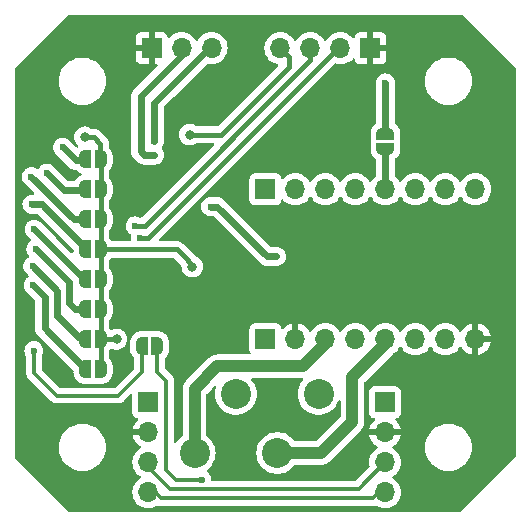
<source format=gbr>
%TF.GenerationSoftware,KiCad,Pcbnew,7.0.1*%
%TF.CreationDate,2024-04-15T22:24:01+02:00*%
%TF.ProjectId,nema17_driver,6e656d61-3137-45f6-9472-697665722e6b,rev?*%
%TF.SameCoordinates,Original*%
%TF.FileFunction,Copper,L2,Bot*%
%TF.FilePolarity,Positive*%
%FSLAX46Y46*%
G04 Gerber Fmt 4.6, Leading zero omitted, Abs format (unit mm)*
G04 Created by KiCad (PCBNEW 7.0.1) date 2024-04-15 22:24:01*
%MOMM*%
%LPD*%
G01*
G04 APERTURE LIST*
G04 Aperture macros list*
%AMFreePoly0*
4,1,19,0.500000,-0.750000,0.000000,-0.750000,0.000000,-0.744911,-0.071157,-0.744911,-0.207708,-0.704816,-0.327430,-0.627875,-0.420627,-0.520320,-0.479746,-0.390866,-0.500000,-0.250000,-0.500000,0.250000,-0.479746,0.390866,-0.420627,0.520320,-0.327430,0.627875,-0.207708,0.704816,-0.071157,0.744911,0.000000,0.744911,0.000000,0.750000,0.500000,0.750000,0.500000,-0.750000,0.500000,-0.750000,
$1*%
%AMFreePoly1*
4,1,19,0.000000,0.744911,0.071157,0.744911,0.207708,0.704816,0.327430,0.627875,0.420627,0.520320,0.479746,0.390866,0.500000,0.250000,0.500000,-0.250000,0.479746,-0.390866,0.420627,-0.520320,0.327430,-0.627875,0.207708,-0.704816,0.071157,-0.744911,0.000000,-0.744911,0.000000,-0.750000,-0.500000,-0.750000,-0.500000,0.750000,0.000000,0.750000,0.000000,0.744911,0.000000,0.744911,
$1*%
G04 Aperture macros list end*
%TA.AperFunction,ComponentPad*%
%ADD10R,1.700000X1.700000*%
%TD*%
%TA.AperFunction,ComponentPad*%
%ADD11O,1.700000X1.700000*%
%TD*%
%TA.AperFunction,SMDPad,CuDef*%
%ADD12FreePoly0,180.000000*%
%TD*%
%TA.AperFunction,SMDPad,CuDef*%
%ADD13FreePoly1,180.000000*%
%TD*%
%TA.AperFunction,SMDPad,CuDef*%
%ADD14FreePoly0,270.000000*%
%TD*%
%TA.AperFunction,SMDPad,CuDef*%
%ADD15FreePoly1,270.000000*%
%TD*%
%TA.AperFunction,ComponentPad*%
%ADD16C,2.540000*%
%TD*%
%TA.AperFunction,ViaPad*%
%ADD17C,0.800000*%
%TD*%
%TA.AperFunction,ViaPad*%
%ADD18C,0.600000*%
%TD*%
%TA.AperFunction,Conductor*%
%ADD19C,0.406400*%
%TD*%
%TA.AperFunction,Conductor*%
%ADD20C,0.304800*%
%TD*%
%TA.AperFunction,Conductor*%
%ADD21C,0.609600*%
%TD*%
%TA.AperFunction,Conductor*%
%ADD22C,1.000000*%
%TD*%
G04 APERTURE END LIST*
D10*
%TO.P,X2,1,Pin_1*%
%TO.N,+12V*%
X156135000Y-92694000D03*
D11*
%TO.P,X2,2,Pin_2*%
%TO.N,GND*%
X156135000Y-95234000D03*
%TO.P,X2,3,Pin_3*%
%TO.N,Net-(U2-B)*%
X156135000Y-97774000D03*
%TO.P,X2,4,Pin_4*%
%TO.N,Net-(JP1-B)*%
X156135000Y-100314000D03*
%TD*%
D10*
%TO.P,X1,1,Pin_1*%
%TO.N,+12V*%
X136094000Y-92684000D03*
D11*
%TO.P,X1,2,Pin_2*%
%TO.N,GND*%
X136094000Y-95224000D03*
%TO.P,X1,3,Pin_3*%
%TO.N,Net-(U2-B)*%
X136094000Y-97764000D03*
%TO.P,X1,4,Pin_4*%
%TO.N,Net-(JP1-B)*%
X136094000Y-100304000D03*
%TD*%
D10*
%TO.P,X5,1,Pin_1*%
%TO.N,GND*%
X136363000Y-62687000D03*
D11*
%TO.P,X5,2,Pin_2*%
%TO.N,U2-TX-DCE*%
X138903000Y-62687000D03*
%TO.P,X5,3,Pin_3*%
%TO.N,U2-RX-DCE*%
X141443000Y-62687000D03*
%TD*%
D10*
%TO.P,X4,1,Pin_1*%
%TO.N,GND*%
X154890000Y-62712000D03*
D11*
%TO.P,X4,2,Pin_2*%
%TO.N,SWCLK*%
X152350000Y-62712000D03*
%TO.P,X4,3,Pin_3*%
%TO.N,SWDIO*%
X149810000Y-62712000D03*
%TO.P,X4,4,Pin_4*%
%TO.N,+3.3V*%
X147270000Y-62712000D03*
%TD*%
D12*
%TO.P,JP7,1,A*%
%TO.N,+3.3V*%
X132060000Y-79730000D03*
D13*
%TO.P,JP7,2,B*%
%TO.N,ADD3*%
X130760000Y-79730000D03*
%TD*%
D10*
%TO.P,POW1,1,Pin_1*%
%TO.N,~{EN}*%
X146000000Y-74650000D03*
D11*
%TO.P,POW1,2,Pin_2*%
%TO.N,MS1*%
X148540000Y-74650000D03*
%TO.P,POW1,3,Pin_3*%
%TO.N,MS2*%
X151080000Y-74650000D03*
%TO.P,POW1,4,Pin_4*%
%TO.N,MS3*%
X153620000Y-74650000D03*
%TO.P,POW1,5,Pin_5*%
%TO.N,USART-~{RST}*%
X156160000Y-74650000D03*
%TO.P,POW1,6,Pin_6*%
%TO.N,~{SLEEP}*%
X158700000Y-74650000D03*
%TO.P,POW1,7,Pin_7*%
%TO.N,STEP*%
X161240000Y-74650000D03*
%TO.P,POW1,8,Pin_8*%
%TO.N,DIR*%
X163780000Y-74650000D03*
%TD*%
D12*
%TO.P,JP5,1,A*%
%TO.N,+3.3V*%
X132060000Y-84810000D03*
D13*
%TO.P,JP5,2,B*%
%TO.N,ADD5*%
X130760000Y-84810000D03*
%TD*%
D14*
%TO.P,JP2,1,A*%
%TO.N,U2-TX-DCE*%
X156160000Y-69936000D03*
D15*
%TO.P,JP2,2,B*%
%TO.N,USART-~{RST}*%
X156160000Y-71236000D03*
%TD*%
D13*
%TO.P,JP1,2,B*%
%TO.N,Net-(JP1-B)*%
X135545600Y-87908800D03*
D12*
%TO.P,JP1,1,A*%
%TO.N,Net-(JP1-A)*%
X136845600Y-87908800D03*
%TD*%
%TO.P,JP6,1,A*%
%TO.N,+3.3V*%
X132060000Y-82270000D03*
D13*
%TO.P,JP6,2,B*%
%TO.N,ADD4*%
X130760000Y-82270000D03*
%TD*%
D12*
%TO.P,JP3,1,A*%
%TO.N,+3.3V*%
X132060000Y-89890000D03*
D13*
%TO.P,JP3,2,B*%
%TO.N,ADD7*%
X130760000Y-89890000D03*
%TD*%
D10*
%TO.P,POW2,1,Pin_1*%
%TO.N,+12V*%
X146000000Y-87350000D03*
D11*
%TO.P,POW2,2,Pin_2*%
%TO.N,GND*%
X148540000Y-87350000D03*
%TO.P,POW2,3,Pin_3*%
%TO.N,Net-(POW2-Pin_3)*%
X151080000Y-87350000D03*
%TO.P,POW2,4,Pin_4*%
%TO.N,Net-(POW2-Pin_4)*%
X153620000Y-87350000D03*
%TO.P,POW2,5,Pin_5*%
%TO.N,Net-(POW2-Pin_5)*%
X156160000Y-87350000D03*
%TO.P,POW2,6,Pin_6*%
%TO.N,Net-(POW2-Pin_6)*%
X158700000Y-87350000D03*
%TO.P,POW2,7,Pin_7*%
%TO.N,+3.3V*%
X161240000Y-87350000D03*
%TO.P,POW2,8,Pin_8*%
%TO.N,GND*%
X163780000Y-87350000D03*
%TD*%
D12*
%TO.P,JP10,1,A*%
%TO.N,+3.3V*%
X132060000Y-72110000D03*
D13*
%TO.P,JP10,2,B*%
%TO.N,ADD0*%
X130760000Y-72110000D03*
%TD*%
D12*
%TO.P,JP8,1,A*%
%TO.N,+3.3V*%
X132060000Y-77190000D03*
D13*
%TO.P,JP8,2,B*%
%TO.N,ADD2*%
X130760000Y-77190000D03*
%TD*%
D12*
%TO.P,JP9,1,A*%
%TO.N,+3.3V*%
X132060000Y-74650000D03*
D13*
%TO.P,JP9,2,B*%
%TO.N,ADD1*%
X130760000Y-74650000D03*
%TD*%
D12*
%TO.P,JP4,1,A*%
%TO.N,+3.3V*%
X132060000Y-87350000D03*
D13*
%TO.P,JP4,2,B*%
%TO.N,ADD6*%
X130760000Y-87350000D03*
%TD*%
D16*
%TO.P,X3,1,Pin_1*%
%TO.N,Net-(POW2-Pin_6)*%
X150500000Y-91982000D03*
%TO.P,X3,2,Pin_2*%
%TO.N,Net-(POW2-Pin_5)*%
X147000000Y-96982000D03*
%TO.P,X3,3,Pin_3*%
%TO.N,Net-(POW2-Pin_4)*%
X143500000Y-91982000D03*
%TO.P,X3,4,Pin_4*%
%TO.N,Net-(POW2-Pin_3)*%
X140000000Y-96982000D03*
%TD*%
D17*
%TO.N,GND*%
X133909600Y-76631200D03*
D18*
%TO.N,U2-TX-DCE*%
X156160000Y-65658400D03*
D17*
%TO.N,+3.3V*%
X139599200Y-70027200D03*
%TO.N,GND*%
X141428000Y-78104400D03*
X146609600Y-78460000D03*
X146914400Y-84149600D03*
%TO.N,+3.3V*%
X139802400Y-81203200D03*
X133401600Y-87350000D03*
X130709200Y-70230400D03*
D18*
%TO.N,Net-(JP1-A)*%
X140615200Y-99237200D03*
%TO.N,Net-(JP1-B)*%
X126391200Y-88315200D03*
%TO.N,POS-AN*%
X146914400Y-80339600D03*
X141377200Y-76123200D03*
%TO.N,SWCLK*%
X135382800Y-78764800D03*
%TO.N,SWDIO*%
X134976400Y-77748800D03*
%TO.N,U2-TX-DCE*%
X136602000Y-71754400D03*
%TO.N,U2-RX-DCE*%
X136602000Y-70586000D03*
%TO.N,ADD7*%
X126340400Y-82778000D03*
%TO.N,ADD6*%
X126289600Y-81152400D03*
%TO.N,ADD5*%
X126569000Y-79704600D03*
%TO.N,ADD4*%
X126423358Y-78034958D03*
%TO.N,ADD3*%
X126238800Y-75920000D03*
%TO.N,ADD2*%
X126188000Y-73583200D03*
%TO.N,ADD1*%
X127508800Y-73278400D03*
%TO.N,ADD0*%
X128829600Y-71094000D03*
%TD*%
D19*
%TO.N,+3.3V*%
X142240800Y-70027200D02*
X147981200Y-64286800D01*
X147981200Y-64286800D02*
X147981200Y-63423200D01*
X147981200Y-63423200D02*
X147270000Y-62712000D01*
X139599200Y-70027200D02*
X142240800Y-70027200D01*
%TO.N,SWCLK*%
X152121400Y-62712000D02*
X152350000Y-62712000D01*
X136068600Y-78764800D02*
X152121400Y-62712000D01*
X135382800Y-78764800D02*
X136068600Y-78764800D01*
D20*
%TO.N,Net-(JP1-A)*%
X137618000Y-90855200D02*
X136845600Y-90082800D01*
X137618000Y-98424400D02*
X137618000Y-90855200D01*
X138430800Y-99237200D02*
X137618000Y-98424400D01*
X140615200Y-99237200D02*
X138430800Y-99237200D01*
X136845600Y-90082800D02*
X136845600Y-87908800D01*
D21*
%TO.N,ADD7*%
X127305600Y-86435600D02*
X130760000Y-89890000D01*
X127305600Y-83743200D02*
X127305600Y-86435600D01*
X126340400Y-82778000D02*
X127305600Y-83743200D01*
D22*
%TO.N,Net-(POW2-Pin_3)*%
X140000000Y-91572000D02*
X140000000Y-96982000D01*
X149200400Y-89636000D02*
X141936000Y-89636000D01*
X141936000Y-89636000D02*
X140000000Y-91572000D01*
X151080000Y-87350000D02*
X151080000Y-87756400D01*
X151080000Y-87756400D02*
X149200400Y-89636000D01*
%TO.N,Net-(POW2-Pin_5)*%
X156160000Y-87756400D02*
X156160000Y-87350000D01*
X153366000Y-90550400D02*
X156160000Y-87756400D01*
X153366000Y-94335000D02*
X153366000Y-90550400D01*
X150719000Y-96982000D02*
X153366000Y-94335000D01*
X147000000Y-96982000D02*
X150719000Y-96982000D01*
D20*
%TO.N,Net-(JP1-B)*%
X128321600Y-92125200D02*
X133554000Y-92125200D01*
X126391200Y-90194800D02*
X128321600Y-92125200D01*
X126391200Y-88315200D02*
X126391200Y-90194800D01*
X133554000Y-92125200D02*
X135545600Y-90133600D01*
X135545600Y-90133600D02*
X135545600Y-87908800D01*
D21*
%TO.N,ADD6*%
X128372400Y-85368800D02*
X130353600Y-87350000D01*
X128372400Y-83235200D02*
X128372400Y-85368800D01*
X126289600Y-81152400D02*
X128372400Y-83235200D01*
X130353600Y-87350000D02*
X130760000Y-87350000D01*
%TO.N,ADD5*%
X129896400Y-84810000D02*
X130760000Y-84810000D01*
X129388400Y-82524000D02*
X129388400Y-84302000D01*
X126569000Y-79704600D02*
X129388400Y-82524000D01*
X129388400Y-84302000D02*
X129896400Y-84810000D01*
%TO.N,ADD3*%
X130760000Y-79628400D02*
X130760000Y-79730000D01*
X126238800Y-75920000D02*
X127051600Y-75920000D01*
X127051600Y-75920000D02*
X130760000Y-79628400D01*
%TO.N,ADD1*%
X130658400Y-74751600D02*
X130760000Y-74650000D01*
X128982000Y-74751600D02*
X130658400Y-74751600D01*
X127508800Y-73278400D02*
X128982000Y-74751600D01*
%TO.N,U2-TX-DCE*%
X138903000Y-63306600D02*
X138903000Y-62687000D01*
X135433600Y-66776000D02*
X138903000Y-63306600D01*
X135433600Y-71449600D02*
X135433600Y-66776000D01*
X136602000Y-71754400D02*
X135738400Y-71754400D01*
X135738400Y-71754400D02*
X135433600Y-71449600D01*
%TO.N,U2-RX-DCE*%
X141249800Y-62687000D02*
X141443000Y-62687000D01*
X136602000Y-67334800D02*
X141249800Y-62687000D01*
X136602000Y-70586000D02*
X136602000Y-67334800D01*
D19*
%TO.N,SWDIO*%
X149810000Y-63728000D02*
X149810000Y-62712000D01*
X134976400Y-77748800D02*
X135789200Y-77748800D01*
X135789200Y-77748800D02*
X149810000Y-63728000D01*
D21*
%TO.N,U2-TX-DCE*%
X156160000Y-65658400D02*
X156160000Y-69936000D01*
%TO.N,POS-AN*%
X146152400Y-80339600D02*
X146914400Y-80339600D01*
X141936000Y-76123200D02*
X146152400Y-80339600D01*
X141377200Y-76123200D02*
X141936000Y-76123200D01*
D20*
%TO.N,Net-(U2-B)*%
X153913000Y-99996000D02*
X156135000Y-97774000D01*
X136094000Y-98170400D02*
X137919600Y-99996000D01*
X137919600Y-99996000D02*
X153913000Y-99996000D01*
X136094000Y-97764000D02*
X136094000Y-98170400D01*
D19*
%TO.N,+3.3V*%
X139802400Y-81050800D02*
X139802400Y-81203200D01*
X138481600Y-79730000D02*
X139091200Y-80339600D01*
X139091200Y-80339600D02*
X139802400Y-81050800D01*
X132060000Y-79730000D02*
X138481600Y-79730000D01*
X133401600Y-87350000D02*
X132060000Y-87350000D01*
X132060000Y-87350000D02*
X132060000Y-89890000D01*
X132060000Y-84810000D02*
X132060000Y-87350000D01*
X132060000Y-82270000D02*
X132060000Y-84810000D01*
X132060000Y-79730000D02*
X132060000Y-82270000D01*
X132060000Y-77190000D02*
X132060000Y-79730000D01*
X132060000Y-74650000D02*
X132060000Y-77190000D01*
X132060000Y-72110000D02*
X132060000Y-74650000D01*
X132030000Y-70789200D02*
X132030000Y-72080000D01*
X131471200Y-70230400D02*
X132030000Y-70789200D01*
X130709200Y-70230400D02*
X131471200Y-70230400D01*
X132030000Y-72080000D02*
X132060000Y-72110000D01*
D20*
%TO.N,Net-(JP1-B)*%
X155611200Y-100314000D02*
X156135000Y-100314000D01*
X137160800Y-100812000D02*
X155113200Y-100812000D01*
X155113200Y-100812000D02*
X155611200Y-100314000D01*
X136652800Y-100304000D02*
X137160800Y-100812000D01*
X136094000Y-100304000D02*
X136652800Y-100304000D01*
D21*
%TO.N,USART-~{RST}*%
X156160000Y-71236000D02*
X156160000Y-74650000D01*
%TO.N,ADD4*%
X130658400Y-82270000D02*
X130760000Y-82270000D01*
X126423358Y-78034958D02*
X130658400Y-82270000D01*
%TO.N,ADD2*%
X129794800Y-77190000D02*
X130760000Y-77190000D01*
X126188000Y-73583200D02*
X129794800Y-77190000D01*
%TO.N,ADD0*%
X128829600Y-71094000D02*
X129947200Y-72211600D01*
X129947200Y-72211600D02*
X130658400Y-72211600D01*
D19*
X130658400Y-72211600D02*
X130760000Y-72110000D01*
%TD*%
%TA.AperFunction,Conductor*%
%TO.N,GND*%
G36*
X162659278Y-59874736D02*
G01*
X162691396Y-59896196D01*
X167154604Y-64359404D01*
X167176064Y-64391522D01*
X167183600Y-64429408D01*
X167183600Y-97214992D01*
X167176064Y-97252878D01*
X167154604Y-97284996D01*
X162488196Y-101951404D01*
X162456078Y-101972864D01*
X162418192Y-101980400D01*
X129429408Y-101980400D01*
X129391522Y-101972864D01*
X129359404Y-101951404D01*
X124829496Y-97421496D01*
X124808036Y-97389378D01*
X124800500Y-97351492D01*
X124800500Y-96499999D01*
X128494390Y-96499999D01*
X128514803Y-96785425D01*
X128538118Y-96892602D01*
X128557565Y-96982000D01*
X128575632Y-97065049D01*
X128675632Y-97333160D01*
X128769642Y-97505325D01*
X128812774Y-97584315D01*
X128984261Y-97813395D01*
X129186605Y-98015739D01*
X129415685Y-98187226D01*
X129666839Y-98324367D01*
X129934954Y-98424369D01*
X130214572Y-98485196D01*
X130428552Y-98500500D01*
X130571446Y-98500500D01*
X130571448Y-98500500D01*
X130785428Y-98485196D01*
X131065046Y-98424369D01*
X131333161Y-98324367D01*
X131584315Y-98187226D01*
X131813395Y-98015739D01*
X132015739Y-97813395D01*
X132187226Y-97584315D01*
X132324367Y-97333161D01*
X132424369Y-97065046D01*
X132485196Y-96785428D01*
X132505610Y-96500000D01*
X132485196Y-96214572D01*
X132424369Y-95934954D01*
X132324367Y-95666839D01*
X132187226Y-95415685D01*
X132015739Y-95186605D01*
X131813395Y-94984261D01*
X131584315Y-94812774D01*
X131584310Y-94812771D01*
X131333160Y-94675632D01*
X131065049Y-94575632D01*
X131065048Y-94575631D01*
X131065046Y-94575631D01*
X130958574Y-94552469D01*
X130785426Y-94514803D01*
X130602054Y-94501688D01*
X130571448Y-94499500D01*
X130428552Y-94499500D01*
X130399988Y-94501542D01*
X130214573Y-94514803D01*
X130023247Y-94556424D01*
X129934954Y-94575631D01*
X129934953Y-94575631D01*
X129934950Y-94575632D01*
X129666839Y-94675632D01*
X129415689Y-94812771D01*
X129186605Y-94984261D01*
X128984261Y-95186605D01*
X128812771Y-95415689D01*
X128675632Y-95666839D01*
X128575632Y-95934950D01*
X128514803Y-96214574D01*
X128494390Y-96499999D01*
X124800500Y-96499999D01*
X124800500Y-88315199D01*
X125585635Y-88315199D01*
X125605832Y-88494458D01*
X125655186Y-88635500D01*
X125665411Y-88664722D01*
X125708156Y-88732750D01*
X125723126Y-88756575D01*
X125738300Y-88809246D01*
X125738300Y-90111793D01*
X125736018Y-90132456D01*
X125738251Y-90203485D01*
X125738300Y-90206595D01*
X125738300Y-90235875D01*
X125739005Y-90241460D01*
X125739735Y-90250746D01*
X125741213Y-90297748D01*
X125747715Y-90320132D01*
X125750864Y-90335336D01*
X125753257Y-90354277D01*
X125753786Y-90358459D01*
X125771094Y-90402177D01*
X125774114Y-90410998D01*
X125787235Y-90456160D01*
X125799100Y-90476224D01*
X125805931Y-90490168D01*
X125814511Y-90511836D01*
X125842152Y-90549881D01*
X125847272Y-90557675D01*
X125871208Y-90598149D01*
X125887689Y-90614630D01*
X125897775Y-90626439D01*
X125905085Y-90636500D01*
X125911474Y-90645293D01*
X125947698Y-90675260D01*
X125954597Y-90681537D01*
X127801238Y-92528179D01*
X127814228Y-92544394D01*
X127814532Y-92544680D01*
X127814534Y-92544682D01*
X127816072Y-92546126D01*
X127866011Y-92593022D01*
X127868243Y-92595185D01*
X127888969Y-92615910D01*
X127888974Y-92615915D01*
X127893427Y-92619369D01*
X127900513Y-92625420D01*
X127934785Y-92657605D01*
X127949563Y-92665729D01*
X127955206Y-92668832D01*
X127968187Y-92677359D01*
X127986605Y-92691645D01*
X128029772Y-92710325D01*
X128038126Y-92714418D01*
X128064953Y-92729166D01*
X128079341Y-92737076D01*
X128101911Y-92742871D01*
X128116609Y-92747903D01*
X128137996Y-92757158D01*
X128137997Y-92757158D01*
X128137999Y-92757159D01*
X128184456Y-92764516D01*
X128193571Y-92766404D01*
X128202449Y-92768684D01*
X128239119Y-92778100D01*
X128239120Y-92778100D01*
X128262427Y-92778100D01*
X128277915Y-92779319D01*
X128300928Y-92782964D01*
X128300928Y-92782963D01*
X128300929Y-92782964D01*
X128347740Y-92778539D01*
X128357058Y-92778100D01*
X133470993Y-92778100D01*
X133491656Y-92780381D01*
X133550274Y-92778539D01*
X133562686Y-92778148D01*
X133565795Y-92778100D01*
X133595073Y-92778100D01*
X133595075Y-92778100D01*
X133600656Y-92777394D01*
X133609950Y-92776663D01*
X133656948Y-92775187D01*
X133679340Y-92768681D01*
X133694530Y-92765535D01*
X133717660Y-92762614D01*
X133761384Y-92745301D01*
X133770188Y-92742288D01*
X133803282Y-92732673D01*
X133815359Y-92729165D01*
X133835430Y-92717294D01*
X133849365Y-92710468D01*
X133871037Y-92701888D01*
X133909080Y-92674246D01*
X133916863Y-92669133D01*
X133957348Y-92645192D01*
X133973829Y-92628709D01*
X133985637Y-92618624D01*
X134004493Y-92604926D01*
X134034461Y-92568699D01*
X134040728Y-92561810D01*
X134574498Y-92028040D01*
X134625186Y-92000948D01*
X134682386Y-92006582D01*
X134726815Y-92043045D01*
X134743500Y-92098046D01*
X134743500Y-93581871D01*
X134749909Y-93641484D01*
X134800203Y-93776330D01*
X134800204Y-93776331D01*
X134886454Y-93891546D01*
X135001669Y-93977796D01*
X135136517Y-94028091D01*
X135151280Y-94029678D01*
X135202123Y-94050473D01*
X135234055Y-94095174D01*
X135237240Y-94150016D01*
X135210698Y-94198113D01*
X135055890Y-94352921D01*
X134920398Y-94546424D01*
X134820570Y-94760505D01*
X134763364Y-94974000D01*
X136245000Y-94974000D01*
X136294500Y-94987263D01*
X136330737Y-95023500D01*
X136344000Y-95073000D01*
X136344000Y-95375000D01*
X136330737Y-95424500D01*
X136294500Y-95460737D01*
X136245000Y-95474000D01*
X134763364Y-95474000D01*
X134820570Y-95687495D01*
X134920398Y-95901576D01*
X135055887Y-96095074D01*
X135222925Y-96262112D01*
X135416418Y-96397598D01*
X135430145Y-96403999D01*
X135471801Y-96440531D01*
X135487306Y-96493723D01*
X135471802Y-96546916D01*
X135430146Y-96583448D01*
X135416171Y-96589964D01*
X135222602Y-96725502D01*
X135055502Y-96892602D01*
X134919963Y-97086173D01*
X134820098Y-97300332D01*
X134758936Y-97528594D01*
X134738340Y-97764000D01*
X134758936Y-97999405D01*
X134820098Y-98227667D01*
X134919963Y-98441827D01*
X135055036Y-98634732D01*
X135055505Y-98635401D01*
X135222599Y-98802495D01*
X135416170Y-98938035D01*
X135429554Y-98944276D01*
X135471209Y-98980807D01*
X135486714Y-99033999D01*
X135471210Y-99087192D01*
X135429554Y-99123724D01*
X135416171Y-99129964D01*
X135222602Y-99265502D01*
X135055502Y-99432602D01*
X134919963Y-99626173D01*
X134820098Y-99840332D01*
X134758936Y-100068594D01*
X134738340Y-100303999D01*
X134758936Y-100539405D01*
X134820098Y-100767667D01*
X134919963Y-100981827D01*
X134919964Y-100981829D01*
X134919965Y-100981830D01*
X135055505Y-101175401D01*
X135222599Y-101342495D01*
X135416170Y-101478035D01*
X135416171Y-101478035D01*
X135416172Y-101478036D01*
X135630332Y-101577901D01*
X135630333Y-101577901D01*
X135630337Y-101577903D01*
X135858592Y-101639063D01*
X136094000Y-101659659D01*
X136329408Y-101639063D01*
X136557663Y-101577903D01*
X136771830Y-101478035D01*
X136830488Y-101436961D01*
X136869568Y-101420654D01*
X136911891Y-101422168D01*
X136918539Y-101423874D01*
X136918541Y-101423876D01*
X136941116Y-101429672D01*
X136955809Y-101434703D01*
X136977196Y-101443958D01*
X136977197Y-101443958D01*
X136977199Y-101443959D01*
X137023656Y-101451316D01*
X137032771Y-101453204D01*
X137041649Y-101455484D01*
X137078319Y-101464900D01*
X137078320Y-101464900D01*
X137101627Y-101464900D01*
X137117115Y-101466119D01*
X137140128Y-101469764D01*
X137140128Y-101469763D01*
X137140129Y-101469764D01*
X137186940Y-101465339D01*
X137196258Y-101464900D01*
X155030193Y-101464900D01*
X155050856Y-101467181D01*
X155109474Y-101465339D01*
X155121886Y-101464948D01*
X155124995Y-101464900D01*
X155154273Y-101464900D01*
X155154275Y-101464900D01*
X155159856Y-101464194D01*
X155169150Y-101463463D01*
X155216148Y-101461987D01*
X155238540Y-101455481D01*
X155253730Y-101452335D01*
X155276860Y-101449414D01*
X155307244Y-101437383D01*
X155355237Y-101431107D01*
X155400472Y-101448335D01*
X155457171Y-101488036D01*
X155671332Y-101587901D01*
X155671333Y-101587901D01*
X155671337Y-101587903D01*
X155899592Y-101649063D01*
X156135000Y-101669659D01*
X156370408Y-101649063D01*
X156598663Y-101587903D01*
X156812830Y-101488035D01*
X157006401Y-101352495D01*
X157173495Y-101185401D01*
X157309035Y-100991830D01*
X157408903Y-100777663D01*
X157470063Y-100549408D01*
X157490659Y-100314000D01*
X157470063Y-100078592D01*
X157408903Y-99850337D01*
X157309035Y-99636171D01*
X157173495Y-99442599D01*
X157006401Y-99275505D01*
X156992120Y-99265505D01*
X156812832Y-99139966D01*
X156812830Y-99139965D01*
X156799445Y-99133723D01*
X156757790Y-99097193D01*
X156742286Y-99044000D01*
X156757790Y-98990807D01*
X156799445Y-98954276D01*
X156812830Y-98948035D01*
X157006401Y-98812495D01*
X157173495Y-98645401D01*
X157309035Y-98451830D01*
X157408903Y-98237663D01*
X157470063Y-98009408D01*
X157490659Y-97774000D01*
X157470063Y-97538592D01*
X157408903Y-97310337D01*
X157397086Y-97284996D01*
X157309036Y-97096173D01*
X157173497Y-96902602D01*
X157173495Y-96902599D01*
X157006401Y-96735505D01*
X156992120Y-96725505D01*
X156812828Y-96599963D01*
X156798852Y-96593446D01*
X156757196Y-96556913D01*
X156741694Y-96503719D01*
X156742778Y-96499999D01*
X159494390Y-96499999D01*
X159514803Y-96785425D01*
X159538118Y-96892602D01*
X159557565Y-96982000D01*
X159575632Y-97065049D01*
X159675632Y-97333160D01*
X159769642Y-97505325D01*
X159812774Y-97584315D01*
X159984261Y-97813395D01*
X160186605Y-98015739D01*
X160415685Y-98187226D01*
X160666839Y-98324367D01*
X160934954Y-98424369D01*
X161214572Y-98485196D01*
X161428552Y-98500500D01*
X161571446Y-98500500D01*
X161571448Y-98500500D01*
X161785428Y-98485196D01*
X162065046Y-98424369D01*
X162333161Y-98324367D01*
X162584315Y-98187226D01*
X162813395Y-98015739D01*
X163015739Y-97813395D01*
X163187226Y-97584315D01*
X163324367Y-97333161D01*
X163424369Y-97065046D01*
X163485196Y-96785428D01*
X163505610Y-96500000D01*
X163485196Y-96214572D01*
X163424369Y-95934954D01*
X163324367Y-95666839D01*
X163187226Y-95415685D01*
X163015739Y-95186605D01*
X162813395Y-94984261D01*
X162584315Y-94812774D01*
X162584310Y-94812771D01*
X162333160Y-94675632D01*
X162065049Y-94575632D01*
X162065048Y-94575631D01*
X162065046Y-94575631D01*
X161958574Y-94552469D01*
X161785426Y-94514803D01*
X161602054Y-94501688D01*
X161571448Y-94499500D01*
X161428552Y-94499500D01*
X161399988Y-94501542D01*
X161214573Y-94514803D01*
X161023247Y-94556424D01*
X160934954Y-94575631D01*
X160934953Y-94575631D01*
X160934950Y-94575632D01*
X160666839Y-94675632D01*
X160415689Y-94812771D01*
X160186605Y-94984261D01*
X159984261Y-95186605D01*
X159812771Y-95415689D01*
X159675632Y-95666839D01*
X159575632Y-95934950D01*
X159514803Y-96214574D01*
X159494390Y-96499999D01*
X156742778Y-96499999D01*
X156757200Y-96450527D01*
X156798859Y-96413997D01*
X156812579Y-96407599D01*
X157006074Y-96272112D01*
X157173112Y-96105074D01*
X157308601Y-95911576D01*
X157408429Y-95697495D01*
X157465636Y-95484000D01*
X154804364Y-95484000D01*
X154861570Y-95697495D01*
X154961398Y-95911576D01*
X155096887Y-96105074D01*
X155263925Y-96272112D01*
X155457418Y-96407598D01*
X155471145Y-96413999D01*
X155512801Y-96450531D01*
X155528306Y-96503723D01*
X155512802Y-96556916D01*
X155471146Y-96593448D01*
X155457171Y-96599964D01*
X155263602Y-96735502D01*
X155096502Y-96902602D01*
X154960963Y-97096173D01*
X154861098Y-97310332D01*
X154799936Y-97538594D01*
X154779340Y-97773999D01*
X154792572Y-97925229D01*
X154799937Y-98009408D01*
X154802715Y-98019775D01*
X154822402Y-98093253D01*
X154822401Y-98144499D01*
X154796779Y-98188879D01*
X153671556Y-99314104D01*
X153639438Y-99335564D01*
X153601552Y-99343100D01*
X141519614Y-99343100D01*
X141466945Y-99327927D01*
X141430420Y-99287058D01*
X141423795Y-99248083D01*
X141422013Y-99248284D01*
X141420764Y-99237203D01*
X141420765Y-99237200D01*
X141400568Y-99057945D01*
X141395688Y-99044000D01*
X141360793Y-98944275D01*
X141340989Y-98887678D01*
X141245016Y-98734938D01*
X141117462Y-98607384D01*
X141117459Y-98607382D01*
X141117458Y-98607381D01*
X141058933Y-98570607D01*
X141025409Y-98535478D01*
X141012622Y-98488632D01*
X141023649Y-98441342D01*
X141055833Y-98404987D01*
X141106984Y-98370114D01*
X141301508Y-98189623D01*
X141302102Y-98188879D01*
X141378360Y-98093253D01*
X141466958Y-97982155D01*
X141584244Y-97779010D01*
X141599636Y-97752351D01*
X141599636Y-97752348D01*
X141599639Y-97752345D01*
X141696586Y-97505327D01*
X141755635Y-97246619D01*
X141775465Y-96982000D01*
X141755635Y-96717381D01*
X141696586Y-96458673D01*
X141599639Y-96211655D01*
X141599638Y-96211653D01*
X141599636Y-96211648D01*
X141466957Y-95981844D01*
X141301510Y-95774378D01*
X141106983Y-95593885D01*
X141043731Y-95550760D01*
X141011972Y-95515222D01*
X141000500Y-95468963D01*
X141000500Y-92027429D01*
X141008036Y-91989543D01*
X141029496Y-91957426D01*
X141462016Y-91524904D01*
X141645667Y-91341252D01*
X141692199Y-91315079D01*
X141745557Y-91316875D01*
X141790223Y-91346118D01*
X141813209Y-91394305D01*
X141807829Y-91447421D01*
X141803414Y-91458669D01*
X141744364Y-91717383D01*
X141724534Y-91982000D01*
X141744364Y-92246616D01*
X141803413Y-92505325D01*
X141900363Y-92752351D01*
X142033042Y-92982155D01*
X142198489Y-93189621D01*
X142340657Y-93321532D01*
X142393016Y-93370114D01*
X142612267Y-93519597D01*
X142612271Y-93519600D01*
X142731808Y-93577165D01*
X142851350Y-93634734D01*
X143104922Y-93712950D01*
X143104923Y-93712950D01*
X143104926Y-93712951D01*
X143367317Y-93752500D01*
X143367319Y-93752500D01*
X143632681Y-93752500D01*
X143632683Y-93752500D01*
X143895073Y-93712951D01*
X143895074Y-93712950D01*
X143895078Y-93712950D01*
X144148650Y-93634734D01*
X144387733Y-93519598D01*
X144606984Y-93370114D01*
X144801508Y-93189623D01*
X144966958Y-92982155D01*
X145081961Y-92782964D01*
X145099636Y-92752351D01*
X145099636Y-92752348D01*
X145099639Y-92752345D01*
X145196586Y-92505327D01*
X145255635Y-92246619D01*
X145275465Y-91982000D01*
X145255635Y-91717381D01*
X145196586Y-91458673D01*
X145099639Y-91211655D01*
X145099638Y-91211653D01*
X145099636Y-91211648D01*
X144966957Y-90981844D01*
X144955871Y-90967943D01*
X144932163Y-90938213D01*
X144819730Y-90797225D01*
X144798753Y-90746584D01*
X144807935Y-90692545D01*
X144844460Y-90651674D01*
X144897131Y-90636500D01*
X149102869Y-90636500D01*
X149155540Y-90651674D01*
X149192065Y-90692545D01*
X149201247Y-90746584D01*
X149180270Y-90797225D01*
X149033042Y-90981844D01*
X148900363Y-91211648D01*
X148803413Y-91458674D01*
X148744364Y-91717383D01*
X148724534Y-91982000D01*
X148744364Y-92246616D01*
X148803413Y-92505325D01*
X148900363Y-92752351D01*
X149033042Y-92982155D01*
X149198489Y-93189621D01*
X149340657Y-93321532D01*
X149393016Y-93370114D01*
X149612267Y-93519597D01*
X149612271Y-93519600D01*
X149731808Y-93577165D01*
X149851350Y-93634734D01*
X150104922Y-93712950D01*
X150104923Y-93712950D01*
X150104926Y-93712951D01*
X150367317Y-93752500D01*
X150367319Y-93752500D01*
X150632681Y-93752500D01*
X150632683Y-93752500D01*
X150895073Y-93712951D01*
X150895074Y-93712950D01*
X150895078Y-93712950D01*
X151148650Y-93634734D01*
X151387733Y-93519598D01*
X151606984Y-93370114D01*
X151801508Y-93189623D01*
X151966958Y-92982155D01*
X152081961Y-92782964D01*
X152099636Y-92752351D01*
X152099636Y-92752348D01*
X152099639Y-92752345D01*
X152174344Y-92561998D01*
X152207118Y-92518956D01*
X152257626Y-92499568D01*
X152310784Y-92509626D01*
X152350717Y-92546126D01*
X152365500Y-92598169D01*
X152365500Y-93879571D01*
X152357964Y-93917457D01*
X152336504Y-93949575D01*
X150333576Y-95952504D01*
X150301458Y-95973964D01*
X150263572Y-95981500D01*
X148514358Y-95981500D01*
X148471403Y-95971696D01*
X148436959Y-95944227D01*
X148301508Y-95774377D01*
X148301506Y-95774374D01*
X148106983Y-95593885D01*
X147887734Y-95444402D01*
X147648652Y-95329267D01*
X147648650Y-95329266D01*
X147533116Y-95293628D01*
X147395073Y-95251048D01*
X147132683Y-95211500D01*
X147132681Y-95211500D01*
X146867319Y-95211500D01*
X146867317Y-95211500D01*
X146604926Y-95251048D01*
X146351347Y-95329267D01*
X146112271Y-95444399D01*
X146008394Y-95515222D01*
X145893018Y-95593885D01*
X145893012Y-95593889D01*
X145698489Y-95774378D01*
X145533042Y-95981844D01*
X145400363Y-96211648D01*
X145303413Y-96458674D01*
X145244364Y-96717383D01*
X145224534Y-96982000D01*
X145244364Y-97246616D01*
X145303413Y-97505325D01*
X145400363Y-97752351D01*
X145533042Y-97982155D01*
X145698489Y-98189621D01*
X145750267Y-98237663D01*
X145893016Y-98370114D01*
X146100260Y-98511411D01*
X146112271Y-98519600D01*
X146186412Y-98555304D01*
X146351350Y-98634734D01*
X146604922Y-98712950D01*
X146604923Y-98712950D01*
X146604926Y-98712951D01*
X146867317Y-98752500D01*
X146867319Y-98752500D01*
X147132681Y-98752500D01*
X147132683Y-98752500D01*
X147395073Y-98712951D01*
X147395074Y-98712950D01*
X147395078Y-98712950D01*
X147648650Y-98634734D01*
X147887733Y-98519598D01*
X148106984Y-98370114D01*
X148301508Y-98189623D01*
X148436959Y-98019772D01*
X148471403Y-97992304D01*
X148514358Y-97982500D01*
X150705039Y-97982500D01*
X150707546Y-97982531D01*
X150795363Y-97984757D01*
X150854371Y-97974180D01*
X150861810Y-97973137D01*
X150888232Y-97970450D01*
X150921439Y-97967074D01*
X150951983Y-97957491D01*
X150964154Y-97954503D01*
X150995653Y-97948858D01*
X151051322Y-97926620D01*
X151058388Y-97924104D01*
X151115588Y-97906159D01*
X151143580Y-97890621D01*
X151154887Y-97885251D01*
X151184617Y-97873377D01*
X151234680Y-97840382D01*
X151241070Y-97836510D01*
X151293502Y-97807409D01*
X151317799Y-97786548D01*
X151327787Y-97779018D01*
X151354519Y-97761402D01*
X151396911Y-97719008D01*
X151402401Y-97713919D01*
X151447895Y-97674866D01*
X151467488Y-97649551D01*
X151475757Y-97640162D01*
X154063659Y-95052260D01*
X154065376Y-95050587D01*
X154129053Y-94990059D01*
X154163316Y-94940830D01*
X154167803Y-94934880D01*
X154205698Y-94888407D01*
X154220521Y-94860027D01*
X154227005Y-94849325D01*
X154245295Y-94823049D01*
X154268942Y-94767942D01*
X154272147Y-94761195D01*
X154299909Y-94708049D01*
X154308713Y-94677274D01*
X154312912Y-94665480D01*
X154325540Y-94636058D01*
X154337606Y-94577337D01*
X154339394Y-94570049D01*
X154355886Y-94512418D01*
X154358316Y-94480500D01*
X154360055Y-94468101D01*
X154366500Y-94436741D01*
X154366500Y-94376803D01*
X154366786Y-94369285D01*
X154371337Y-94309525D01*
X154367293Y-94277771D01*
X154366500Y-94265263D01*
X154366500Y-93591871D01*
X154784500Y-93591871D01*
X154790909Y-93651484D01*
X154841203Y-93786330D01*
X154841204Y-93786331D01*
X154927454Y-93901546D01*
X155042669Y-93987796D01*
X155177517Y-94038091D01*
X155192280Y-94039678D01*
X155243123Y-94060473D01*
X155275055Y-94105174D01*
X155278240Y-94160016D01*
X155251698Y-94208113D01*
X155096890Y-94362921D01*
X154961398Y-94556424D01*
X154861570Y-94770505D01*
X154804364Y-94984000D01*
X157465636Y-94984000D01*
X157408429Y-94770505D01*
X157308601Y-94556424D01*
X157173112Y-94362925D01*
X157018301Y-94208114D01*
X156991759Y-94160016D01*
X156994945Y-94105172D01*
X157026878Y-94060471D01*
X157077724Y-94039677D01*
X157092483Y-94038091D01*
X157227331Y-93987796D01*
X157342546Y-93901546D01*
X157428796Y-93786331D01*
X157479091Y-93651483D01*
X157485500Y-93591873D01*
X157485499Y-91796128D01*
X157479091Y-91736517D01*
X157428796Y-91601669D01*
X157342546Y-91486454D01*
X157227331Y-91400204D01*
X157227330Y-91400203D01*
X157131366Y-91364411D01*
X157092483Y-91349909D01*
X157032873Y-91343500D01*
X157032869Y-91343500D01*
X155237128Y-91343500D01*
X155177515Y-91349909D01*
X155042669Y-91400203D01*
X154927454Y-91486454D01*
X154841203Y-91601669D01*
X154790910Y-91736514D01*
X154790909Y-91736517D01*
X154784500Y-91796127D01*
X154784500Y-91796130D01*
X154784500Y-93591871D01*
X154366500Y-93591871D01*
X154366500Y-91005829D01*
X154374036Y-90967943D01*
X154395496Y-90935825D01*
X154987162Y-90344159D01*
X156768258Y-88563061D01*
X156796420Y-88543344D01*
X156837830Y-88524035D01*
X157031401Y-88388495D01*
X157198495Y-88221401D01*
X157334035Y-88027830D01*
X157340276Y-88014445D01*
X157376807Y-87972790D01*
X157430000Y-87957286D01*
X157483193Y-87972790D01*
X157519723Y-88014445D01*
X157523660Y-88022886D01*
X157525966Y-88027832D01*
X157653483Y-88209944D01*
X157661505Y-88221401D01*
X157828599Y-88388495D01*
X158022170Y-88524035D01*
X158022171Y-88524035D01*
X158022172Y-88524036D01*
X158236332Y-88623901D01*
X158236333Y-88623901D01*
X158236337Y-88623903D01*
X158464592Y-88685063D01*
X158700000Y-88705659D01*
X158935408Y-88685063D01*
X159163663Y-88623903D01*
X159377830Y-88524035D01*
X159571401Y-88388495D01*
X159738495Y-88221401D01*
X159874035Y-88027830D01*
X159880276Y-88014445D01*
X159916807Y-87972790D01*
X159970000Y-87957286D01*
X160023193Y-87972790D01*
X160059723Y-88014445D01*
X160063660Y-88022886D01*
X160065966Y-88027832D01*
X160193483Y-88209944D01*
X160201505Y-88221401D01*
X160368599Y-88388495D01*
X160562170Y-88524035D01*
X160562171Y-88524035D01*
X160562172Y-88524036D01*
X160776332Y-88623901D01*
X160776333Y-88623901D01*
X160776337Y-88623903D01*
X161004592Y-88685063D01*
X161240000Y-88705659D01*
X161475408Y-88685063D01*
X161703663Y-88623903D01*
X161917830Y-88524035D01*
X162111401Y-88388495D01*
X162278495Y-88221401D01*
X162414035Y-88027830D01*
X162420552Y-88013853D01*
X162457083Y-87972198D01*
X162510276Y-87956694D01*
X162563469Y-87972198D01*
X162600001Y-88013855D01*
X162606401Y-88027581D01*
X162741887Y-88221074D01*
X162908925Y-88388112D01*
X163102423Y-88523601D01*
X163316504Y-88623429D01*
X163530000Y-88680636D01*
X164030000Y-88680636D01*
X164243495Y-88623429D01*
X164457576Y-88523601D01*
X164651074Y-88388112D01*
X164818112Y-88221074D01*
X164953601Y-88027576D01*
X165053429Y-87813495D01*
X165110636Y-87600000D01*
X164030001Y-87600000D01*
X164030000Y-87600001D01*
X164030000Y-88680636D01*
X163530000Y-88680636D01*
X163530000Y-86019364D01*
X164030000Y-86019364D01*
X164030000Y-87099999D01*
X164030001Y-87100000D01*
X165110636Y-87100000D01*
X165053429Y-86886505D01*
X164953601Y-86672424D01*
X164818112Y-86478925D01*
X164651074Y-86311887D01*
X164457576Y-86176398D01*
X164243495Y-86076570D01*
X164030000Y-86019364D01*
X163530000Y-86019364D01*
X163316505Y-86076570D01*
X163102424Y-86176398D01*
X162908925Y-86311887D01*
X162741887Y-86478925D01*
X162606399Y-86672422D01*
X162600000Y-86686146D01*
X162563468Y-86727802D01*
X162510276Y-86743306D01*
X162457084Y-86727802D01*
X162420552Y-86686146D01*
X162414035Y-86672171D01*
X162401057Y-86653637D01*
X162278495Y-86478599D01*
X162111401Y-86311505D01*
X161917830Y-86175965D01*
X161917829Y-86175964D01*
X161917827Y-86175963D01*
X161703667Y-86076098D01*
X161475405Y-86014936D01*
X161240000Y-85994340D01*
X161004594Y-86014936D01*
X160776332Y-86076098D01*
X160562173Y-86175963D01*
X160368602Y-86311502D01*
X160201502Y-86478602D01*
X160065964Y-86672171D01*
X160059724Y-86685554D01*
X160023192Y-86727210D01*
X159970000Y-86742714D01*
X159916808Y-86727210D01*
X159880276Y-86685554D01*
X159874035Y-86672171D01*
X159861057Y-86653637D01*
X159738495Y-86478599D01*
X159571401Y-86311505D01*
X159377830Y-86175965D01*
X159377829Y-86175964D01*
X159377827Y-86175963D01*
X159163667Y-86076098D01*
X158935405Y-86014936D01*
X158700000Y-85994340D01*
X158464594Y-86014936D01*
X158236332Y-86076098D01*
X158022173Y-86175963D01*
X157828602Y-86311502D01*
X157661502Y-86478602D01*
X157525964Y-86672171D01*
X157519724Y-86685554D01*
X157483192Y-86727210D01*
X157430000Y-86742714D01*
X157376808Y-86727210D01*
X157340276Y-86685554D01*
X157334035Y-86672171D01*
X157321057Y-86653637D01*
X157198495Y-86478599D01*
X157031401Y-86311505D01*
X156837830Y-86175965D01*
X156837829Y-86175964D01*
X156837827Y-86175963D01*
X156623667Y-86076098D01*
X156395405Y-86014936D01*
X156160000Y-85994340D01*
X155924594Y-86014936D01*
X155696332Y-86076098D01*
X155482173Y-86175963D01*
X155288602Y-86311502D01*
X155121502Y-86478602D01*
X154985964Y-86672171D01*
X154979724Y-86685554D01*
X154943192Y-86727210D01*
X154890000Y-86742714D01*
X154836808Y-86727210D01*
X154800276Y-86685554D01*
X154794035Y-86672171D01*
X154781057Y-86653637D01*
X154658495Y-86478599D01*
X154491401Y-86311505D01*
X154297830Y-86175965D01*
X154297829Y-86175964D01*
X154297827Y-86175963D01*
X154083667Y-86076098D01*
X153855405Y-86014936D01*
X153620000Y-85994340D01*
X153384594Y-86014936D01*
X153156332Y-86076098D01*
X152942173Y-86175963D01*
X152748602Y-86311502D01*
X152581502Y-86478602D01*
X152445964Y-86672171D01*
X152439724Y-86685554D01*
X152403192Y-86727210D01*
X152350000Y-86742714D01*
X152296808Y-86727210D01*
X152260276Y-86685554D01*
X152254035Y-86672171D01*
X152241057Y-86653637D01*
X152118495Y-86478599D01*
X151951401Y-86311505D01*
X151757830Y-86175965D01*
X151757829Y-86175964D01*
X151757827Y-86175963D01*
X151543667Y-86076098D01*
X151315405Y-86014936D01*
X151080000Y-85994340D01*
X150844594Y-86014936D01*
X150616332Y-86076098D01*
X150402173Y-86175963D01*
X150208602Y-86311502D01*
X150041502Y-86478602D01*
X149905963Y-86672173D01*
X149899445Y-86686150D01*
X149862912Y-86727804D01*
X149809719Y-86743306D01*
X149756528Y-86727800D01*
X149719997Y-86686143D01*
X149713597Y-86672418D01*
X149578112Y-86478925D01*
X149411074Y-86311887D01*
X149217576Y-86176398D01*
X149003495Y-86076570D01*
X148790000Y-86019364D01*
X148790000Y-87501000D01*
X148776737Y-87550500D01*
X148740500Y-87586737D01*
X148691000Y-87600000D01*
X148389000Y-87600000D01*
X148339500Y-87586737D01*
X148303263Y-87550500D01*
X148290000Y-87501000D01*
X148290000Y-86019364D01*
X148076505Y-86076570D01*
X147862424Y-86176398D01*
X147668921Y-86311890D01*
X147514113Y-86466698D01*
X147466015Y-86493240D01*
X147411172Y-86490054D01*
X147366472Y-86458121D01*
X147345677Y-86407273D01*
X147345363Y-86404352D01*
X147344091Y-86392517D01*
X147293796Y-86257669D01*
X147207546Y-86142454D01*
X147092331Y-86056204D01*
X147092330Y-86056203D01*
X146981688Y-86014937D01*
X146957483Y-86005909D01*
X146897873Y-85999500D01*
X146897869Y-85999500D01*
X145102128Y-85999500D01*
X145042515Y-86005909D01*
X144907669Y-86056203D01*
X144792454Y-86142454D01*
X144706203Y-86257669D01*
X144655910Y-86392514D01*
X144655909Y-86392517D01*
X144649500Y-86452127D01*
X144649500Y-86452130D01*
X144649500Y-88247871D01*
X144655909Y-88307484D01*
X144706203Y-88442330D01*
X144732285Y-88477171D01*
X144751638Y-88527675D01*
X144741561Y-88580814D01*
X144705061Y-88620726D01*
X144653032Y-88635500D01*
X141949920Y-88635500D01*
X141947412Y-88635468D01*
X141859635Y-88633243D01*
X141800647Y-88643816D01*
X141793198Y-88644861D01*
X141733559Y-88650925D01*
X141703017Y-88660508D01*
X141690850Y-88663495D01*
X141659348Y-88669141D01*
X141603682Y-88691376D01*
X141596599Y-88693897D01*
X141539414Y-88711840D01*
X141511419Y-88727377D01*
X141500105Y-88732750D01*
X141470382Y-88744623D01*
X141420338Y-88777604D01*
X141413909Y-88781499D01*
X141361498Y-88810591D01*
X141337205Y-88831445D01*
X141327203Y-88838986D01*
X141300479Y-88856598D01*
X141258096Y-88898981D01*
X141252581Y-88904092D01*
X141207105Y-88943132D01*
X141187517Y-88968438D01*
X141179236Y-88977841D01*
X139302414Y-90854664D01*
X139300620Y-90856413D01*
X139236946Y-90916942D01*
X139202706Y-90966134D01*
X139198180Y-90972136D01*
X139160303Y-91018591D01*
X139145481Y-91046964D01*
X139138991Y-91057676D01*
X139120703Y-91083951D01*
X139097069Y-91139026D01*
X139093844Y-91145819D01*
X139066089Y-91198954D01*
X139057284Y-91229725D01*
X139053082Y-91241527D01*
X139040459Y-91270940D01*
X139028396Y-91329641D01*
X139026604Y-91336944D01*
X139010112Y-91394583D01*
X139007681Y-91426503D01*
X139005941Y-91438909D01*
X138999500Y-91470257D01*
X138999500Y-91530193D01*
X138999214Y-91537711D01*
X138994662Y-91597473D01*
X138998707Y-91629229D01*
X138999500Y-91641737D01*
X138999500Y-95468963D01*
X138988028Y-95515222D01*
X138956269Y-95550760D01*
X138893016Y-95593885D01*
X138698489Y-95774378D01*
X138533042Y-95981844D01*
X138455636Y-96115915D01*
X138419400Y-96152152D01*
X138369900Y-96165415D01*
X138320400Y-96152151D01*
X138284163Y-96115915D01*
X138270900Y-96066415D01*
X138270900Y-90938213D01*
X138273181Y-90917541D01*
X138273168Y-90917135D01*
X138273169Y-90917132D01*
X138270949Y-90846497D01*
X138270900Y-90843387D01*
X138270900Y-90814128D01*
X138270900Y-90814125D01*
X138270195Y-90808548D01*
X138269463Y-90799249D01*
X138267987Y-90752253D01*
X138261482Y-90729865D01*
X138258335Y-90714668D01*
X138255414Y-90691540D01*
X138238099Y-90647808D01*
X138235086Y-90639008D01*
X138221965Y-90593842D01*
X138210095Y-90573772D01*
X138203267Y-90559831D01*
X138194688Y-90538162D01*
X138167047Y-90500118D01*
X138161925Y-90492322D01*
X138137992Y-90451852D01*
X138130542Y-90444402D01*
X138121510Y-90435369D01*
X138111423Y-90423559D01*
X138100963Y-90409163D01*
X138097726Y-90404707D01*
X138061499Y-90374737D01*
X138054601Y-90368461D01*
X137527496Y-89841356D01*
X137506036Y-89809238D01*
X137498500Y-89771352D01*
X137498500Y-88972737D01*
X137506036Y-88934851D01*
X137527493Y-88902736D01*
X137558543Y-88871687D01*
X137652697Y-88763026D01*
X137730504Y-88641955D01*
X137790232Y-88511170D01*
X137815444Y-88443573D01*
X137830780Y-88373077D01*
X137851242Y-88230762D01*
X137856389Y-88158800D01*
X137851499Y-88090431D01*
X137851247Y-88083368D01*
X137851247Y-87734232D01*
X137851499Y-87727169D01*
X137852134Y-87718284D01*
X137856389Y-87658800D01*
X137851242Y-87586838D01*
X137830780Y-87444523D01*
X137815444Y-87374027D01*
X137790232Y-87306430D01*
X137730504Y-87175645D01*
X137652697Y-87054574D01*
X137558543Y-86945913D01*
X137507527Y-86894897D01*
X137484911Y-86877967D01*
X137449768Y-86851659D01*
X137328820Y-86773931D01*
X137328816Y-86773929D01*
X137197900Y-86714142D01*
X137148827Y-86699733D01*
X137059940Y-86673633D01*
X136917492Y-86653153D01*
X136917489Y-86653153D01*
X136345600Y-86653153D01*
X136208522Y-86671200D01*
X136182678Y-86671200D01*
X136045600Y-86653153D01*
X135473711Y-86653153D01*
X135473708Y-86653153D01*
X135331259Y-86673633D01*
X135193300Y-86714142D01*
X135062379Y-86773931D01*
X134941431Y-86851659D01*
X134883677Y-86894893D01*
X134832655Y-86945915D01*
X134738500Y-87054578D01*
X134660695Y-87175645D01*
X134600971Y-87306422D01*
X134575755Y-87374028D01*
X134560419Y-87444523D01*
X134539959Y-87586829D01*
X134534811Y-87658800D01*
X134539701Y-87727169D01*
X134539953Y-87734232D01*
X134539953Y-88083368D01*
X134539701Y-88090431D01*
X134537876Y-88115954D01*
X134534811Y-88158800D01*
X134539288Y-88221401D01*
X134539959Y-88230770D01*
X134560419Y-88373076D01*
X134575755Y-88443571D01*
X134600971Y-88511177D01*
X134660695Y-88641954D01*
X134694077Y-88693897D01*
X134738503Y-88763026D01*
X134832657Y-88871687D01*
X134863706Y-88902736D01*
X134885164Y-88934851D01*
X134892700Y-88972737D01*
X134892700Y-89822152D01*
X134885164Y-89860038D01*
X134863704Y-89892156D01*
X133312556Y-91443304D01*
X133280438Y-91464764D01*
X133242552Y-91472300D01*
X128633048Y-91472300D01*
X128595162Y-91464764D01*
X128563044Y-91443304D01*
X127073096Y-89953356D01*
X127051636Y-89921238D01*
X127044100Y-89883352D01*
X127044100Y-88809246D01*
X127059274Y-88756575D01*
X127074244Y-88732750D01*
X127116989Y-88664722D01*
X127176568Y-88494455D01*
X127196765Y-88315200D01*
X127176568Y-88135945D01*
X127175940Y-88134151D01*
X127154910Y-88074051D01*
X127116989Y-87965678D01*
X127021016Y-87812938D01*
X126893462Y-87685384D01*
X126740722Y-87589411D01*
X126729282Y-87585408D01*
X126570458Y-87529832D01*
X126391200Y-87509635D01*
X126211941Y-87529832D01*
X126041680Y-87589410D01*
X125888939Y-87685383D01*
X125761383Y-87812939D01*
X125665410Y-87965680D01*
X125605832Y-88135941D01*
X125585635Y-88315199D01*
X124800500Y-88315199D01*
X124800500Y-73583200D01*
X125382255Y-73583200D01*
X125382699Y-73591099D01*
X125382699Y-73673936D01*
X125401133Y-73754705D01*
X125402459Y-73762503D01*
X125404648Y-73770101D01*
X125423079Y-73850856D01*
X125459020Y-73925487D01*
X125462053Y-73932810D01*
X125465883Y-73939737D01*
X125501818Y-74014357D01*
X125528352Y-74047630D01*
X125553459Y-74079112D01*
X125558047Y-74085578D01*
X125563321Y-74091480D01*
X125582259Y-74115227D01*
X125586585Y-74120651D01*
X126115933Y-74649999D01*
X126411630Y-74945696D01*
X126438724Y-74996386D01*
X126433090Y-75053586D01*
X126396627Y-75098015D01*
X126341626Y-75114700D01*
X126246712Y-75114700D01*
X126238800Y-75114255D01*
X126230888Y-75114700D01*
X126193571Y-75114700D01*
X126135670Y-75121223D01*
X126058466Y-75129922D01*
X125887184Y-75189857D01*
X125733527Y-75286406D01*
X125605206Y-75414727D01*
X125558156Y-75489607D01*
X125521546Y-75547872D01*
X125508657Y-75568384D01*
X125448722Y-75739666D01*
X125428404Y-75920000D01*
X125448722Y-76100333D01*
X125490901Y-76220871D01*
X125508658Y-76271618D01*
X125605207Y-76425274D01*
X125733526Y-76553593D01*
X125887182Y-76650142D01*
X125996206Y-76688291D01*
X126058466Y-76710077D01*
X126058467Y-76710077D01*
X126058470Y-76710078D01*
X126193571Y-76725300D01*
X126230888Y-76725300D01*
X126238800Y-76725744D01*
X126246712Y-76725300D01*
X126677026Y-76725300D01*
X126714912Y-76732836D01*
X126747030Y-76754296D01*
X129725357Y-79732623D01*
X129746817Y-79764741D01*
X129754353Y-79802627D01*
X129754353Y-79904568D01*
X129754101Y-79911631D01*
X129748706Y-79987063D01*
X129746301Y-79986891D01*
X129735296Y-80033422D01*
X129691279Y-80072948D01*
X129632580Y-80080316D01*
X129580160Y-80052894D01*
X128281384Y-78754118D01*
X126960809Y-77433543D01*
X126960803Y-77433538D01*
X126931638Y-77410279D01*
X126925736Y-77405005D01*
X126919274Y-77400420D01*
X126854515Y-77348776D01*
X126779895Y-77312841D01*
X126772968Y-77309011D01*
X126765645Y-77305978D01*
X126691014Y-77270037D01*
X126610259Y-77251606D01*
X126602661Y-77249417D01*
X126594863Y-77248091D01*
X126514094Y-77229657D01*
X126514093Y-77229657D01*
X126431257Y-77229657D01*
X126423358Y-77229213D01*
X126415459Y-77229657D01*
X126332622Y-77229657D01*
X126251848Y-77248092D01*
X126244053Y-77249417D01*
X126236461Y-77251604D01*
X126155699Y-77270038D01*
X126081063Y-77305981D01*
X126073752Y-77309010D01*
X126066831Y-77312835D01*
X125992203Y-77348775D01*
X125992201Y-77348776D01*
X125972398Y-77364568D01*
X125927419Y-77400436D01*
X125920977Y-77405008D01*
X125915090Y-77410268D01*
X125850321Y-77461921D01*
X125798668Y-77526690D01*
X125793408Y-77532577D01*
X125788835Y-77539019D01*
X125737176Y-77603801D01*
X125737175Y-77603802D01*
X125737175Y-77603803D01*
X125701235Y-77678431D01*
X125697410Y-77685352D01*
X125694381Y-77692663D01*
X125658438Y-77767299D01*
X125640004Y-77848061D01*
X125637817Y-77855653D01*
X125636492Y-77863448D01*
X125618057Y-77944222D01*
X125618057Y-78027059D01*
X125617613Y-78034958D01*
X125618057Y-78042857D01*
X125618057Y-78125694D01*
X125636491Y-78206463D01*
X125637817Y-78214261D01*
X125640006Y-78221859D01*
X125658437Y-78302614D01*
X125694378Y-78377245D01*
X125697411Y-78384568D01*
X125701241Y-78391495D01*
X125737176Y-78466115D01*
X125788817Y-78530870D01*
X125793405Y-78537336D01*
X125798679Y-78543238D01*
X125821942Y-78572408D01*
X126131893Y-78882360D01*
X126158407Y-78930334D01*
X126155333Y-78985062D01*
X126123613Y-79029765D01*
X126117862Y-79034352D01*
X126073061Y-79070078D01*
X126066619Y-79074650D01*
X126060732Y-79079910D01*
X125995963Y-79131563D01*
X125944310Y-79196332D01*
X125939050Y-79202219D01*
X125934477Y-79208661D01*
X125882818Y-79273443D01*
X125882817Y-79273444D01*
X125882817Y-79273445D01*
X125846877Y-79348073D01*
X125843052Y-79354994D01*
X125840023Y-79362305D01*
X125804080Y-79436941D01*
X125785646Y-79517703D01*
X125783459Y-79525295D01*
X125782134Y-79533090D01*
X125763699Y-79613864D01*
X125763699Y-79696701D01*
X125763255Y-79704599D01*
X125763699Y-79712499D01*
X125763699Y-79795336D01*
X125782133Y-79876105D01*
X125783459Y-79883903D01*
X125785648Y-79891501D01*
X125804079Y-79972256D01*
X125840020Y-80046887D01*
X125843053Y-80054210D01*
X125846883Y-80061137D01*
X125882818Y-80135757D01*
X125929486Y-80194277D01*
X125934459Y-80200512D01*
X125939047Y-80206978D01*
X125944321Y-80212880D01*
X125967580Y-80242045D01*
X125967585Y-80242051D01*
X125984752Y-80259218D01*
X126009071Y-80299155D01*
X126012349Y-80345801D01*
X125993851Y-80388748D01*
X125957705Y-80418414D01*
X125947309Y-80423421D01*
X125939994Y-80426451D01*
X125933073Y-80430277D01*
X125865756Y-80462696D01*
X125858443Y-80466218D01*
X125798901Y-80513699D01*
X125793661Y-80517878D01*
X125787219Y-80522450D01*
X125781332Y-80527710D01*
X125716563Y-80579363D01*
X125664910Y-80644132D01*
X125659650Y-80650019D01*
X125655077Y-80656461D01*
X125603418Y-80721243D01*
X125603417Y-80721244D01*
X125603417Y-80721245D01*
X125567477Y-80795873D01*
X125563652Y-80802794D01*
X125560623Y-80810105D01*
X125524680Y-80884741D01*
X125506246Y-80965503D01*
X125504059Y-80973095D01*
X125502734Y-80980890D01*
X125484299Y-81061664D01*
X125484299Y-81144501D01*
X125483855Y-81152400D01*
X125484299Y-81160299D01*
X125484299Y-81243136D01*
X125502733Y-81323905D01*
X125504059Y-81331703D01*
X125506248Y-81339301D01*
X125524679Y-81420056D01*
X125560620Y-81494687D01*
X125563653Y-81502010D01*
X125567483Y-81508937D01*
X125603418Y-81583557D01*
X125655059Y-81648312D01*
X125659647Y-81654778D01*
X125664921Y-81660680D01*
X125688184Y-81689850D01*
X125932688Y-81934355D01*
X125957009Y-81974293D01*
X125960285Y-82020940D01*
X125941787Y-82063887D01*
X125917276Y-82084003D01*
X125917963Y-82084865D01*
X125909244Y-82091817D01*
X125909243Y-82091818D01*
X125894343Y-82103700D01*
X125844461Y-82143478D01*
X125838019Y-82148050D01*
X125832132Y-82153310D01*
X125767363Y-82204963D01*
X125715710Y-82269732D01*
X125710450Y-82275619D01*
X125705877Y-82282061D01*
X125654218Y-82346843D01*
X125654217Y-82346844D01*
X125654217Y-82346845D01*
X125618277Y-82421473D01*
X125614452Y-82428394D01*
X125611423Y-82435705D01*
X125575480Y-82510341D01*
X125557046Y-82591103D01*
X125554859Y-82598695D01*
X125553534Y-82606490D01*
X125535099Y-82687264D01*
X125535099Y-82770101D01*
X125534655Y-82777999D01*
X125535099Y-82785899D01*
X125535099Y-82868736D01*
X125553533Y-82949505D01*
X125554859Y-82957303D01*
X125557048Y-82964901D01*
X125575479Y-83045656D01*
X125611420Y-83120287D01*
X125614453Y-83127610D01*
X125618283Y-83134537D01*
X125654218Y-83209157D01*
X125683505Y-83245882D01*
X125705859Y-83273912D01*
X125710447Y-83280378D01*
X125715721Y-83286280D01*
X125738980Y-83315445D01*
X125738985Y-83315451D01*
X126152058Y-83728524D01*
X126471304Y-84047770D01*
X126492764Y-84079888D01*
X126500300Y-84117774D01*
X126500300Y-86332674D01*
X126500299Y-86332682D01*
X126500299Y-86526337D01*
X126509189Y-86565291D01*
X126511048Y-86576231D01*
X126515521Y-86615928D01*
X126528716Y-86653637D01*
X126531789Y-86664304D01*
X126540680Y-86703258D01*
X126558016Y-86739258D01*
X126562264Y-86749513D01*
X126575458Y-86787219D01*
X126596716Y-86821051D01*
X126602086Y-86830767D01*
X126619417Y-86866756D01*
X126644327Y-86897992D01*
X126650751Y-86907046D01*
X126672006Y-86940873D01*
X126811680Y-87080548D01*
X126811687Y-87080553D01*
X129725357Y-89994224D01*
X129746817Y-90026342D01*
X129754353Y-90064228D01*
X129754353Y-90064568D01*
X129754100Y-90071631D01*
X129749211Y-90140000D01*
X129753974Y-90206595D01*
X129754359Y-90211970D01*
X129774819Y-90354276D01*
X129790155Y-90424771D01*
X129790156Y-90424773D01*
X129813047Y-90486148D01*
X129815371Y-90492377D01*
X129875095Y-90623154D01*
X129919043Y-90691539D01*
X129952903Y-90744226D01*
X130047057Y-90852887D01*
X130098073Y-90903903D01*
X130098076Y-90903905D01*
X130098077Y-90903906D01*
X130155831Y-90947140D01*
X130247154Y-91005829D01*
X130276784Y-91024871D01*
X130407700Y-91084658D01*
X130545655Y-91125165D01*
X130545656Y-91125165D01*
X130545659Y-91125166D01*
X130688108Y-91145647D01*
X130688111Y-91145647D01*
X131260000Y-91145647D01*
X131397078Y-91127600D01*
X131422922Y-91127600D01*
X131560000Y-91145647D01*
X132131889Y-91145647D01*
X132131892Y-91145647D01*
X132274340Y-91125166D01*
X132274341Y-91125165D01*
X132274345Y-91125165D01*
X132412300Y-91084658D01*
X132543216Y-91024871D01*
X132664170Y-90947139D01*
X132721927Y-90903903D01*
X132772943Y-90852887D01*
X132867097Y-90744226D01*
X132944904Y-90623155D01*
X133004632Y-90492370D01*
X133029844Y-90424773D01*
X133045180Y-90354277D01*
X133065642Y-90211962D01*
X133070789Y-90140000D01*
X133065899Y-90071631D01*
X133065647Y-90064568D01*
X133065647Y-89715432D01*
X133065899Y-89708369D01*
X133066000Y-89706955D01*
X133070789Y-89640000D01*
X133065642Y-89568038D01*
X133045180Y-89425723D01*
X133029844Y-89355227D01*
X133004632Y-89287630D01*
X132944904Y-89156845D01*
X132867097Y-89035774D01*
X132787878Y-88944350D01*
X132769942Y-88914118D01*
X132763700Y-88879521D01*
X132763700Y-88360479D01*
X132769942Y-88325883D01*
X132787880Y-88295649D01*
X132829279Y-88247871D01*
X132867097Y-88204226D01*
X132874371Y-88192906D01*
X132907882Y-88160852D01*
X132952316Y-88147575D01*
X132997920Y-88155989D01*
X133121797Y-88211144D01*
X133306954Y-88250500D01*
X133496244Y-88250500D01*
X133496246Y-88250500D01*
X133681403Y-88211144D01*
X133854330Y-88134151D01*
X134007471Y-88022888D01*
X134015072Y-88014447D01*
X134134131Y-87882218D01*
X134134130Y-87882218D01*
X134134133Y-87882216D01*
X134228779Y-87718284D01*
X134287274Y-87538256D01*
X134307060Y-87350000D01*
X134287274Y-87161744D01*
X134228779Y-86981716D01*
X134134133Y-86817784D01*
X134134132Y-86817783D01*
X134134131Y-86817781D01*
X134007473Y-86677113D01*
X133923258Y-86615928D01*
X133854330Y-86565849D01*
X133853077Y-86565291D01*
X133681404Y-86488856D01*
X133619683Y-86475737D01*
X133496246Y-86449500D01*
X133306954Y-86449500D01*
X133226043Y-86466698D01*
X133121795Y-86488856D01*
X132997921Y-86544009D01*
X132952315Y-86552424D01*
X132907881Y-86539147D01*
X132874369Y-86507090D01*
X132867098Y-86495776D01*
X132867097Y-86495774D01*
X132787878Y-86404350D01*
X132769942Y-86374118D01*
X132763700Y-86339521D01*
X132763700Y-85820479D01*
X132769942Y-85785882D01*
X132787880Y-85755648D01*
X132867097Y-85664226D01*
X132944904Y-85543155D01*
X133004632Y-85412370D01*
X133029844Y-85344773D01*
X133045180Y-85274277D01*
X133065642Y-85131962D01*
X133070789Y-85060000D01*
X133065899Y-84991631D01*
X133065647Y-84984568D01*
X133065647Y-84635432D01*
X133065899Y-84628369D01*
X133066000Y-84626955D01*
X133070789Y-84560000D01*
X133065642Y-84488038D01*
X133045180Y-84345723D01*
X133029844Y-84275227D01*
X133004632Y-84207630D01*
X132944904Y-84076845D01*
X132867097Y-83955774D01*
X132787878Y-83864350D01*
X132769942Y-83834118D01*
X132763700Y-83799521D01*
X132763700Y-83280479D01*
X132769942Y-83245882D01*
X132787880Y-83215648D01*
X132867097Y-83124226D01*
X132944904Y-83003155D01*
X133004632Y-82872370D01*
X133029844Y-82804773D01*
X133045180Y-82734277D01*
X133065642Y-82591962D01*
X133070789Y-82520000D01*
X133065899Y-82451631D01*
X133065647Y-82444568D01*
X133065647Y-82095432D01*
X133065899Y-82088369D01*
X133068485Y-82052211D01*
X133070789Y-82020000D01*
X133065642Y-81948038D01*
X133045180Y-81805723D01*
X133029844Y-81735227D01*
X133004632Y-81667630D01*
X132944904Y-81536845D01*
X132867097Y-81415774D01*
X132787878Y-81324350D01*
X132769942Y-81294118D01*
X132763700Y-81259521D01*
X132763700Y-80740479D01*
X132769942Y-80705882D01*
X132787880Y-80675648D01*
X132867097Y-80584226D01*
X132911442Y-80515222D01*
X132934608Y-80479177D01*
X132970446Y-80445810D01*
X133017892Y-80433700D01*
X138149110Y-80433700D01*
X138186996Y-80441236D01*
X138219114Y-80462696D01*
X138869511Y-81113093D01*
X138892828Y-81150048D01*
X138897965Y-81193441D01*
X138896940Y-81203195D01*
X138896940Y-81203197D01*
X138896940Y-81203200D01*
X138916726Y-81391456D01*
X138953268Y-81503920D01*
X138975221Y-81571484D01*
X139069868Y-81735418D01*
X139196526Y-81876086D01*
X139196529Y-81876088D01*
X139349670Y-81987351D01*
X139522597Y-82064344D01*
X139707754Y-82103700D01*
X139897044Y-82103700D01*
X139897046Y-82103700D01*
X140082203Y-82064344D01*
X140255130Y-81987351D01*
X140408271Y-81876088D01*
X140534933Y-81735416D01*
X140629579Y-81571484D01*
X140688074Y-81391456D01*
X140707860Y-81203200D01*
X140688074Y-81014944D01*
X140629579Y-80834916D01*
X140534933Y-80670984D01*
X140534932Y-80670983D01*
X140534931Y-80670981D01*
X140408273Y-80530313D01*
X140255128Y-80419047D01*
X140110926Y-80354844D01*
X140081189Y-80334407D01*
X138996320Y-79249538D01*
X138992238Y-79245201D01*
X138951666Y-79199405D01*
X138901315Y-79164651D01*
X138896503Y-79161109D01*
X138848328Y-79123365D01*
X138836917Y-79118230D01*
X138821314Y-79109430D01*
X138811027Y-79102329D01*
X138753809Y-79080628D01*
X138748288Y-79078341D01*
X138692488Y-79053229D01*
X138680201Y-79050977D01*
X138662944Y-79046167D01*
X138651243Y-79041729D01*
X138590487Y-79034352D01*
X138584578Y-79033453D01*
X138524397Y-79022425D01*
X138463341Y-79026119D01*
X138457364Y-79026300D01*
X137041290Y-79026300D01*
X136986289Y-79009615D01*
X136949826Y-78965186D01*
X136944192Y-78907986D01*
X136971286Y-78857296D01*
X139705382Y-76123200D01*
X140566804Y-76123200D01*
X140587122Y-76303533D01*
X140629721Y-76425272D01*
X140647058Y-76474818D01*
X140743607Y-76628474D01*
X140871926Y-76756793D01*
X141025582Y-76853342D01*
X141134606Y-76891491D01*
X141196866Y-76913277D01*
X141196867Y-76913277D01*
X141196870Y-76913278D01*
X141331971Y-76928500D01*
X141369288Y-76928500D01*
X141377200Y-76928944D01*
X141385112Y-76928500D01*
X141561426Y-76928500D01*
X141599312Y-76936036D01*
X141631430Y-76957496D01*
X145518805Y-80844871D01*
X145518807Y-80844874D01*
X145647126Y-80973193D01*
X145647128Y-80973194D01*
X145647129Y-80973195D01*
X145680954Y-80994449D01*
X145690008Y-81000873D01*
X145721242Y-81025782D01*
X145743094Y-81036304D01*
X145757240Y-81043117D01*
X145766943Y-81048479D01*
X145787928Y-81061665D01*
X145800784Y-81069743D01*
X145838492Y-81082937D01*
X145848749Y-81087185D01*
X145884743Y-81104520D01*
X145923697Y-81113410D01*
X145934347Y-81116477D01*
X145972070Y-81129678D01*
X146011780Y-81134152D01*
X146022695Y-81136006D01*
X146061665Y-81144901D01*
X146243135Y-81144901D01*
X146255318Y-81144901D01*
X146255326Y-81144900D01*
X146906488Y-81144900D01*
X146914400Y-81145344D01*
X146922312Y-81144900D01*
X146959626Y-81144900D01*
X146959629Y-81144900D01*
X147094730Y-81129678D01*
X147266018Y-81069742D01*
X147419674Y-80973193D01*
X147547993Y-80844874D01*
X147644542Y-80691218D01*
X147704478Y-80519930D01*
X147724796Y-80339600D01*
X147704478Y-80159270D01*
X147696250Y-80135757D01*
X147667685Y-80054122D01*
X147644542Y-79987982D01*
X147547993Y-79834326D01*
X147419674Y-79706007D01*
X147266018Y-79609458D01*
X147258266Y-79606745D01*
X147094733Y-79549522D01*
X147027179Y-79541911D01*
X146959629Y-79534300D01*
X146959626Y-79534300D01*
X146922312Y-79534300D01*
X146914400Y-79533855D01*
X146906488Y-79534300D01*
X146526974Y-79534300D01*
X146489088Y-79526764D01*
X146456970Y-79505304D01*
X142580953Y-75629287D01*
X142580948Y-75629280D01*
X142499538Y-75547871D01*
X144649500Y-75547871D01*
X144655909Y-75607484D01*
X144706203Y-75742330D01*
X144706204Y-75742331D01*
X144792454Y-75857546D01*
X144907669Y-75943796D01*
X145042517Y-75994091D01*
X145102127Y-76000500D01*
X146897872Y-76000499D01*
X146957483Y-75994091D01*
X147092331Y-75943796D01*
X147207546Y-75857546D01*
X147293796Y-75742331D01*
X147344091Y-75607483D01*
X147345609Y-75593359D01*
X147366403Y-75542516D01*
X147411104Y-75510583D01*
X147465947Y-75507398D01*
X147514042Y-75533938D01*
X147668599Y-75688495D01*
X147862170Y-75824035D01*
X147862171Y-75824035D01*
X147862172Y-75824036D01*
X148076332Y-75923901D01*
X148076333Y-75923901D01*
X148076337Y-75923903D01*
X148304592Y-75985063D01*
X148422079Y-75995342D01*
X148539999Y-76005659D01*
X148539999Y-76005658D01*
X148540000Y-76005659D01*
X148775408Y-75985063D01*
X149003663Y-75923903D01*
X149217830Y-75824035D01*
X149411401Y-75688495D01*
X149578495Y-75521401D01*
X149714035Y-75327830D01*
X149720276Y-75314445D01*
X149756807Y-75272790D01*
X149810000Y-75257286D01*
X149863193Y-75272790D01*
X149899723Y-75314445D01*
X149901335Y-75317900D01*
X149905966Y-75327832D01*
X150029475Y-75504221D01*
X150041505Y-75521401D01*
X150208599Y-75688495D01*
X150402170Y-75824035D01*
X150402171Y-75824035D01*
X150402172Y-75824036D01*
X150616332Y-75923901D01*
X150616333Y-75923901D01*
X150616337Y-75923903D01*
X150844592Y-75985063D01*
X150962079Y-75995342D01*
X151079999Y-76005659D01*
X151079999Y-76005658D01*
X151080000Y-76005659D01*
X151315408Y-75985063D01*
X151543663Y-75923903D01*
X151757830Y-75824035D01*
X151951401Y-75688495D01*
X152118495Y-75521401D01*
X152254035Y-75327830D01*
X152260276Y-75314445D01*
X152296807Y-75272790D01*
X152350000Y-75257286D01*
X152403193Y-75272790D01*
X152439723Y-75314445D01*
X152441335Y-75317900D01*
X152445966Y-75327832D01*
X152569475Y-75504221D01*
X152581505Y-75521401D01*
X152748599Y-75688495D01*
X152942170Y-75824035D01*
X152942171Y-75824035D01*
X152942172Y-75824036D01*
X153156332Y-75923901D01*
X153156333Y-75923901D01*
X153156337Y-75923903D01*
X153384592Y-75985063D01*
X153502079Y-75995342D01*
X153619999Y-76005659D01*
X153619999Y-76005658D01*
X153620000Y-76005659D01*
X153855408Y-75985063D01*
X154083663Y-75923903D01*
X154297830Y-75824035D01*
X154491401Y-75688495D01*
X154658495Y-75521401D01*
X154794035Y-75327830D01*
X154800276Y-75314445D01*
X154836807Y-75272790D01*
X154890000Y-75257286D01*
X154943193Y-75272790D01*
X154979723Y-75314445D01*
X154981335Y-75317900D01*
X154985966Y-75327832D01*
X155109475Y-75504221D01*
X155121505Y-75521401D01*
X155288599Y-75688495D01*
X155482170Y-75824035D01*
X155482171Y-75824035D01*
X155482172Y-75824036D01*
X155696332Y-75923901D01*
X155696333Y-75923901D01*
X155696337Y-75923903D01*
X155924592Y-75985063D01*
X156042079Y-75995342D01*
X156159999Y-76005659D01*
X156159999Y-76005658D01*
X156160000Y-76005659D01*
X156395408Y-75985063D01*
X156623663Y-75923903D01*
X156837830Y-75824035D01*
X157031401Y-75688495D01*
X157198495Y-75521401D01*
X157334035Y-75327830D01*
X157340276Y-75314445D01*
X157376807Y-75272790D01*
X157430000Y-75257286D01*
X157483193Y-75272790D01*
X157519723Y-75314445D01*
X157521335Y-75317900D01*
X157525966Y-75327832D01*
X157649475Y-75504221D01*
X157661505Y-75521401D01*
X157828599Y-75688495D01*
X158022170Y-75824035D01*
X158022171Y-75824035D01*
X158022172Y-75824036D01*
X158236332Y-75923901D01*
X158236333Y-75923901D01*
X158236337Y-75923903D01*
X158464592Y-75985063D01*
X158582079Y-75995342D01*
X158699999Y-76005659D01*
X158699999Y-76005658D01*
X158700000Y-76005659D01*
X158935408Y-75985063D01*
X159163663Y-75923903D01*
X159377830Y-75824035D01*
X159571401Y-75688495D01*
X159738495Y-75521401D01*
X159874035Y-75327830D01*
X159880276Y-75314445D01*
X159916807Y-75272790D01*
X159970000Y-75257286D01*
X160023193Y-75272790D01*
X160059723Y-75314445D01*
X160061335Y-75317900D01*
X160065966Y-75327832D01*
X160189475Y-75504221D01*
X160201505Y-75521401D01*
X160368599Y-75688495D01*
X160562170Y-75824035D01*
X160562171Y-75824035D01*
X160562172Y-75824036D01*
X160776332Y-75923901D01*
X160776333Y-75923901D01*
X160776337Y-75923903D01*
X161004592Y-75985063D01*
X161122079Y-75995342D01*
X161239999Y-76005659D01*
X161239999Y-76005658D01*
X161240000Y-76005659D01*
X161475408Y-75985063D01*
X161703663Y-75923903D01*
X161917830Y-75824035D01*
X162111401Y-75688495D01*
X162278495Y-75521401D01*
X162414035Y-75327830D01*
X162420276Y-75314445D01*
X162456807Y-75272790D01*
X162510000Y-75257286D01*
X162563193Y-75272790D01*
X162599723Y-75314445D01*
X162601335Y-75317900D01*
X162605966Y-75327832D01*
X162729475Y-75504221D01*
X162741505Y-75521401D01*
X162908599Y-75688495D01*
X163102170Y-75824035D01*
X163102171Y-75824035D01*
X163102172Y-75824036D01*
X163316332Y-75923901D01*
X163316333Y-75923901D01*
X163316337Y-75923903D01*
X163544592Y-75985063D01*
X163662079Y-75995342D01*
X163779999Y-76005659D01*
X163779999Y-76005658D01*
X163780000Y-76005659D01*
X164015408Y-75985063D01*
X164243663Y-75923903D01*
X164457830Y-75824035D01*
X164651401Y-75688495D01*
X164818495Y-75521401D01*
X164954035Y-75327830D01*
X165053903Y-75113663D01*
X165115063Y-74885408D01*
X165135659Y-74650000D01*
X165115063Y-74414592D01*
X165053903Y-74186337D01*
X165005930Y-74083460D01*
X164954036Y-73972173D01*
X164931324Y-73939737D01*
X164818495Y-73778599D01*
X164651401Y-73611505D01*
X164614323Y-73585543D01*
X164457827Y-73475963D01*
X164243667Y-73376098D01*
X164015405Y-73314936D01*
X163779999Y-73294340D01*
X163544594Y-73314936D01*
X163316332Y-73376098D01*
X163102173Y-73475963D01*
X162908602Y-73611502D01*
X162741502Y-73778602D01*
X162605964Y-73972171D01*
X162599724Y-73985554D01*
X162563192Y-74027210D01*
X162510000Y-74042714D01*
X162456808Y-74027210D01*
X162420276Y-73985554D01*
X162414035Y-73972171D01*
X162278497Y-73778602D01*
X162278495Y-73778599D01*
X162111401Y-73611505D01*
X162074323Y-73585543D01*
X161917827Y-73475963D01*
X161703667Y-73376098D01*
X161475405Y-73314936D01*
X161239999Y-73294340D01*
X161004594Y-73314936D01*
X160776332Y-73376098D01*
X160562173Y-73475963D01*
X160368602Y-73611502D01*
X160201502Y-73778602D01*
X160065964Y-73972171D01*
X160059724Y-73985554D01*
X160023192Y-74027210D01*
X159970000Y-74042714D01*
X159916808Y-74027210D01*
X159880276Y-73985554D01*
X159874035Y-73972171D01*
X159738497Y-73778602D01*
X159738495Y-73778599D01*
X159571401Y-73611505D01*
X159534323Y-73585543D01*
X159377827Y-73475963D01*
X159163667Y-73376098D01*
X158935405Y-73314936D01*
X158699999Y-73294340D01*
X158464594Y-73314936D01*
X158236332Y-73376098D01*
X158022173Y-73475963D01*
X157828602Y-73611502D01*
X157661502Y-73778602D01*
X157525964Y-73972171D01*
X157519724Y-73985554D01*
X157483192Y-74027210D01*
X157430000Y-74042714D01*
X157376808Y-74027210D01*
X157340276Y-73985554D01*
X157334035Y-73972171D01*
X157198497Y-73778602D01*
X157198495Y-73778599D01*
X157031401Y-73611505D01*
X157007515Y-73594780D01*
X156976486Y-73559399D01*
X156965300Y-73513685D01*
X156965300Y-72128598D01*
X156977410Y-72081153D01*
X157010776Y-72045314D01*
X157014226Y-72043097D01*
X157122887Y-71948943D01*
X157173903Y-71897927D01*
X157217139Y-71840170D01*
X157294871Y-71719216D01*
X157354658Y-71588300D01*
X157395165Y-71450345D01*
X157395859Y-71445520D01*
X157415647Y-71307892D01*
X157415647Y-70736000D01*
X157397600Y-70598922D01*
X157397600Y-70573078D01*
X157415647Y-70436000D01*
X157415647Y-69864108D01*
X157395166Y-69721659D01*
X157388272Y-69698181D01*
X157354658Y-69583700D01*
X157294871Y-69452784D01*
X157231588Y-69354313D01*
X157217140Y-69331831D01*
X157173906Y-69274077D01*
X157173905Y-69274076D01*
X157173903Y-69274073D01*
X157122887Y-69223057D01*
X157014226Y-69128903D01*
X157010775Y-69126685D01*
X156977410Y-69090847D01*
X156965300Y-69043402D01*
X156965300Y-65666312D01*
X156965744Y-65658399D01*
X156965300Y-65650488D01*
X156965300Y-65613174D01*
X156965300Y-65613171D01*
X156952549Y-65499999D01*
X159494390Y-65499999D01*
X159514803Y-65785425D01*
X159575632Y-66065049D01*
X159675632Y-66333160D01*
X159795519Y-66552715D01*
X159812774Y-66584315D01*
X159984261Y-66813395D01*
X160186605Y-67015739D01*
X160415685Y-67187226D01*
X160666839Y-67324367D01*
X160934954Y-67424369D01*
X161214572Y-67485196D01*
X161428552Y-67500500D01*
X161571446Y-67500500D01*
X161571448Y-67500500D01*
X161785428Y-67485196D01*
X162065046Y-67424369D01*
X162333161Y-67324367D01*
X162584315Y-67187226D01*
X162813395Y-67015739D01*
X163015739Y-66813395D01*
X163187226Y-66584315D01*
X163324367Y-66333161D01*
X163424369Y-66065046D01*
X163485196Y-65785428D01*
X163505610Y-65500000D01*
X163485196Y-65214572D01*
X163424369Y-64934954D01*
X163324367Y-64666839D01*
X163187226Y-64415685D01*
X163015739Y-64186605D01*
X162813395Y-63984261D01*
X162584315Y-63812774D01*
X162470264Y-63750497D01*
X162333160Y-63675632D01*
X162065049Y-63575632D01*
X162065048Y-63575631D01*
X162065046Y-63575631D01*
X161958574Y-63552469D01*
X161785426Y-63514803D01*
X161602053Y-63501688D01*
X161571448Y-63499500D01*
X161428552Y-63499500D01*
X161399988Y-63501542D01*
X161214573Y-63514803D01*
X161014159Y-63558401D01*
X160934954Y-63575631D01*
X160934953Y-63575631D01*
X160934950Y-63575632D01*
X160666839Y-63675632D01*
X160415689Y-63812771D01*
X160186605Y-63984261D01*
X159984261Y-64186605D01*
X159812771Y-64415689D01*
X159675632Y-64666839D01*
X159575632Y-64934950D01*
X159514803Y-65214574D01*
X159494390Y-65499999D01*
X156952549Y-65499999D01*
X156950078Y-65478070D01*
X156890142Y-65306782D01*
X156793593Y-65153126D01*
X156665274Y-65024807D01*
X156511618Y-64928258D01*
X156503866Y-64925545D01*
X156340333Y-64868322D01*
X156160000Y-64848004D01*
X155979666Y-64868322D01*
X155808384Y-64928257D01*
X155808382Y-64928257D01*
X155808382Y-64928258D01*
X155745612Y-64967699D01*
X155654727Y-65024806D01*
X155526406Y-65153127D01*
X155429857Y-65306784D01*
X155369922Y-65478066D01*
X155354700Y-65613174D01*
X155354700Y-65650488D01*
X155354255Y-65658399D01*
X155354700Y-65666312D01*
X155354700Y-69043402D01*
X155342590Y-69090847D01*
X155309224Y-69126686D01*
X155305775Y-69128902D01*
X155197115Y-69223055D01*
X155146093Y-69274077D01*
X155102859Y-69331831D01*
X155025131Y-69452779D01*
X154965342Y-69583700D01*
X154924833Y-69721659D01*
X154904353Y-69864108D01*
X154904353Y-70436000D01*
X154922400Y-70573077D01*
X154922400Y-70598921D01*
X154904353Y-70735999D01*
X154904353Y-71307892D01*
X154924833Y-71450340D01*
X154924891Y-71450537D01*
X154965342Y-71588300D01*
X155024235Y-71717258D01*
X155025131Y-71719220D01*
X155102859Y-71840168D01*
X155146093Y-71897922D01*
X155146097Y-71897927D01*
X155197113Y-71948943D01*
X155305774Y-72043097D01*
X155309224Y-72045314D01*
X155342590Y-72081153D01*
X155354700Y-72128598D01*
X155354700Y-73513685D01*
X155343514Y-73559399D01*
X155312484Y-73594780D01*
X155296507Y-73605967D01*
X155288600Y-73611504D01*
X155121502Y-73778602D01*
X154985964Y-73972171D01*
X154979724Y-73985554D01*
X154943192Y-74027210D01*
X154890000Y-74042714D01*
X154836808Y-74027210D01*
X154800276Y-73985554D01*
X154794035Y-73972171D01*
X154658497Y-73778602D01*
X154658495Y-73778599D01*
X154491401Y-73611505D01*
X154454323Y-73585543D01*
X154297827Y-73475963D01*
X154083667Y-73376098D01*
X153855405Y-73314936D01*
X153619999Y-73294340D01*
X153384594Y-73314936D01*
X153156332Y-73376098D01*
X152942173Y-73475963D01*
X152748602Y-73611502D01*
X152581502Y-73778602D01*
X152445964Y-73972171D01*
X152439724Y-73985554D01*
X152403192Y-74027210D01*
X152350000Y-74042714D01*
X152296808Y-74027210D01*
X152260276Y-73985554D01*
X152254035Y-73972171D01*
X152118497Y-73778602D01*
X152118495Y-73778599D01*
X151951401Y-73611505D01*
X151914323Y-73585543D01*
X151757827Y-73475963D01*
X151543667Y-73376098D01*
X151315405Y-73314936D01*
X151079999Y-73294340D01*
X150844594Y-73314936D01*
X150616332Y-73376098D01*
X150402173Y-73475963D01*
X150208602Y-73611502D01*
X150041502Y-73778602D01*
X149905964Y-73972171D01*
X149899724Y-73985554D01*
X149863192Y-74027210D01*
X149810000Y-74042714D01*
X149756808Y-74027210D01*
X149720276Y-73985554D01*
X149714035Y-73972171D01*
X149578497Y-73778602D01*
X149578495Y-73778599D01*
X149411401Y-73611505D01*
X149374323Y-73585543D01*
X149217827Y-73475963D01*
X149003667Y-73376098D01*
X148775405Y-73314936D01*
X148539999Y-73294340D01*
X148304594Y-73314936D01*
X148076332Y-73376098D01*
X147862173Y-73475963D01*
X147668598Y-73611505D01*
X147514044Y-73766059D01*
X147465946Y-73792601D01*
X147411103Y-73789415D01*
X147366402Y-73757481D01*
X147345608Y-73706633D01*
X147345363Y-73704352D01*
X147344091Y-73692517D01*
X147293796Y-73557669D01*
X147207546Y-73442454D01*
X147092331Y-73356204D01*
X147092330Y-73356203D01*
X146981688Y-73314937D01*
X146957483Y-73305909D01*
X146897873Y-73299500D01*
X146897869Y-73299500D01*
X145102128Y-73299500D01*
X145042515Y-73305909D01*
X144907669Y-73356203D01*
X144792454Y-73442454D01*
X144706203Y-73557669D01*
X144657924Y-73687115D01*
X144655909Y-73692517D01*
X144649500Y-73752127D01*
X144649500Y-73752130D01*
X144649500Y-75547871D01*
X142499538Y-75547871D01*
X142441273Y-75489606D01*
X142407446Y-75468351D01*
X142398392Y-75461927D01*
X142367156Y-75437017D01*
X142344955Y-75426325D01*
X142331162Y-75419683D01*
X142321451Y-75414316D01*
X142287619Y-75393058D01*
X142249913Y-75379864D01*
X142239658Y-75375616D01*
X142203658Y-75358280D01*
X142164704Y-75349389D01*
X142154037Y-75346316D01*
X142116328Y-75333121D01*
X142076631Y-75328648D01*
X142065691Y-75326789D01*
X142026737Y-75317899D01*
X142026735Y-75317899D01*
X141845265Y-75317899D01*
X141833082Y-75317899D01*
X141833074Y-75317900D01*
X141385112Y-75317900D01*
X141377200Y-75317455D01*
X141369288Y-75317900D01*
X141331971Y-75317900D01*
X141274070Y-75324423D01*
X141196866Y-75333122D01*
X141025584Y-75393057D01*
X141025582Y-75393057D01*
X141025582Y-75393058D01*
X140983204Y-75419686D01*
X140871927Y-75489606D01*
X140743606Y-75617927D01*
X140647057Y-75771584D01*
X140587122Y-75942866D01*
X140566804Y-76123200D01*
X139705382Y-76123200D01*
X140643811Y-75184771D01*
X151811490Y-64017090D01*
X151855869Y-63991469D01*
X151907110Y-63991469D01*
X152114592Y-64047063D01*
X152350000Y-64067659D01*
X152585408Y-64047063D01*
X152813663Y-63985903D01*
X153027830Y-63886035D01*
X153221401Y-63750495D01*
X153376411Y-63595484D01*
X153424506Y-63568943D01*
X153479348Y-63572128D01*
X153524050Y-63604060D01*
X153544846Y-63654906D01*
X153546401Y-63669376D01*
X153596646Y-63804089D01*
X153682811Y-63919188D01*
X153797910Y-64005353D01*
X153932623Y-64055598D01*
X153992174Y-64062000D01*
X154639999Y-64062000D01*
X154640000Y-64061999D01*
X155140000Y-64061999D01*
X155140001Y-64062000D01*
X155787826Y-64062000D01*
X155847376Y-64055598D01*
X155982089Y-64005353D01*
X156097188Y-63919188D01*
X156183353Y-63804089D01*
X156233598Y-63669376D01*
X156240000Y-63609826D01*
X156240000Y-62962001D01*
X156239999Y-62962000D01*
X155140001Y-62962000D01*
X155140000Y-62962001D01*
X155140000Y-64061999D01*
X154640000Y-64061999D01*
X154640000Y-62461999D01*
X155140000Y-62461999D01*
X155140001Y-62462000D01*
X156239999Y-62462000D01*
X156240000Y-62461999D01*
X156240000Y-61814174D01*
X156233598Y-61754623D01*
X156183353Y-61619910D01*
X156097188Y-61504811D01*
X155982089Y-61418646D01*
X155847376Y-61368401D01*
X155787826Y-61362000D01*
X155140001Y-61362000D01*
X155140000Y-61362001D01*
X155140000Y-62461999D01*
X154640000Y-62461999D01*
X154640000Y-61362001D01*
X154639999Y-61362000D01*
X153992174Y-61362000D01*
X153932623Y-61368401D01*
X153797910Y-61418646D01*
X153682811Y-61504811D01*
X153596646Y-61619910D01*
X153546401Y-61754623D01*
X153544846Y-61769094D01*
X153524049Y-61819940D01*
X153479348Y-61851871D01*
X153424506Y-61855056D01*
X153376411Y-61828515D01*
X153221401Y-61673505D01*
X153185697Y-61648505D01*
X153027827Y-61537963D01*
X152813667Y-61438098D01*
X152585405Y-61376936D01*
X152350000Y-61356340D01*
X152114594Y-61376936D01*
X151886332Y-61438098D01*
X151672173Y-61537963D01*
X151478602Y-61673502D01*
X151311502Y-61840602D01*
X151175964Y-62034171D01*
X151169724Y-62047554D01*
X151133192Y-62089210D01*
X151080000Y-62104714D01*
X151026808Y-62089210D01*
X150990276Y-62047554D01*
X150984035Y-62034171D01*
X150848497Y-61840602D01*
X150848495Y-61840599D01*
X150681401Y-61673505D01*
X150645697Y-61648505D01*
X150487827Y-61537963D01*
X150273667Y-61438098D01*
X150045405Y-61376936D01*
X149810000Y-61356340D01*
X149574594Y-61376936D01*
X149346332Y-61438098D01*
X149132173Y-61537963D01*
X148938602Y-61673502D01*
X148771502Y-61840602D01*
X148635964Y-62034171D01*
X148629724Y-62047554D01*
X148593192Y-62089210D01*
X148540000Y-62104714D01*
X148486808Y-62089210D01*
X148450276Y-62047554D01*
X148444035Y-62034171D01*
X148308497Y-61840602D01*
X148308495Y-61840599D01*
X148141401Y-61673505D01*
X148105697Y-61648505D01*
X147947827Y-61537963D01*
X147733667Y-61438098D01*
X147505405Y-61376936D01*
X147270000Y-61356340D01*
X147034594Y-61376936D01*
X146806332Y-61438098D01*
X146592173Y-61537963D01*
X146398602Y-61673502D01*
X146231502Y-61840602D01*
X146095963Y-62034173D01*
X145996098Y-62248332D01*
X145934936Y-62476594D01*
X145914340Y-62711999D01*
X145934936Y-62947405D01*
X145996098Y-63175667D01*
X146095963Y-63389827D01*
X146223611Y-63572128D01*
X146231505Y-63583401D01*
X146398599Y-63750495D01*
X146592170Y-63886035D01*
X146592171Y-63886035D01*
X146592172Y-63886036D01*
X146806332Y-63985901D01*
X146806333Y-63985901D01*
X146806337Y-63985903D01*
X147019726Y-64043079D01*
X147064105Y-64068702D01*
X147089729Y-64113083D01*
X147089729Y-64164329D01*
X147064106Y-64208710D01*
X141978314Y-69294504D01*
X141946196Y-69315964D01*
X141908310Y-69323500D01*
X140194829Y-69323500D01*
X140164236Y-69318655D01*
X140136639Y-69304593D01*
X140051930Y-69243049D01*
X140007028Y-69223057D01*
X139879004Y-69166056D01*
X139817283Y-69152937D01*
X139693846Y-69126700D01*
X139504554Y-69126700D01*
X139411975Y-69146377D01*
X139319395Y-69166056D01*
X139146471Y-69243048D01*
X138993326Y-69354313D01*
X138866668Y-69494981D01*
X138772021Y-69658915D01*
X138772021Y-69658916D01*
X138713526Y-69838944D01*
X138693740Y-70027200D01*
X138713526Y-70215456D01*
X138737324Y-70288699D01*
X138772021Y-70395484D01*
X138866668Y-70559418D01*
X138993326Y-70700086D01*
X138993329Y-70700088D01*
X139146470Y-70811351D01*
X139319397Y-70888344D01*
X139504554Y-70927700D01*
X139693844Y-70927700D01*
X139693846Y-70927700D01*
X139879003Y-70888344D01*
X140051930Y-70811351D01*
X140136639Y-70749806D01*
X140164236Y-70735745D01*
X140194829Y-70730900D01*
X141572910Y-70730900D01*
X141627911Y-70747585D01*
X141664374Y-70792014D01*
X141670008Y-70849214D01*
X141642914Y-70899904D01*
X135526714Y-77016104D01*
X135494596Y-77037564D01*
X135456710Y-77045100D01*
X135389598Y-77045100D01*
X135336927Y-77029926D01*
X135325920Y-77023010D01*
X135155658Y-76963432D01*
X134976400Y-76943235D01*
X134797141Y-76963432D01*
X134626880Y-77023010D01*
X134474139Y-77118983D01*
X134346583Y-77246539D01*
X134307230Y-77309169D01*
X134270197Y-77368108D01*
X134250610Y-77399280D01*
X134191032Y-77569541D01*
X134170835Y-77748800D01*
X134191032Y-77928058D01*
X134231203Y-78042857D01*
X134250611Y-78098322D01*
X134346584Y-78251062D01*
X134474138Y-78378616D01*
X134567718Y-78437416D01*
X134598871Y-78468569D01*
X134613423Y-78510156D01*
X134608491Y-78553937D01*
X134597432Y-78585542D01*
X134578016Y-78757870D01*
X134577235Y-78764800D01*
X134594295Y-78916218D01*
X134585114Y-78970255D01*
X134548589Y-79011126D01*
X134495918Y-79026300D01*
X133017892Y-79026300D01*
X132970446Y-79014190D01*
X132934608Y-78980823D01*
X132887798Y-78907986D01*
X132867097Y-78875774D01*
X132787878Y-78784350D01*
X132769942Y-78754118D01*
X132763700Y-78719521D01*
X132763700Y-78200479D01*
X132769942Y-78165882D01*
X132787880Y-78135648D01*
X132867097Y-78044226D01*
X132944904Y-77923155D01*
X133004632Y-77792370D01*
X133029844Y-77724773D01*
X133045180Y-77654277D01*
X133065642Y-77511962D01*
X133070789Y-77440000D01*
X133065899Y-77371631D01*
X133065647Y-77364568D01*
X133065647Y-77015432D01*
X133065899Y-77008369D01*
X133066000Y-77006955D01*
X133070789Y-76940000D01*
X133065642Y-76868038D01*
X133045180Y-76725723D01*
X133029844Y-76655227D01*
X133004632Y-76587630D01*
X132944904Y-76456845D01*
X132867097Y-76335774D01*
X132787878Y-76244350D01*
X132769942Y-76214118D01*
X132763700Y-76179521D01*
X132763700Y-75660479D01*
X132769942Y-75625882D01*
X132787880Y-75595648D01*
X132791847Y-75591070D01*
X132867097Y-75504226D01*
X132944904Y-75383155D01*
X133004632Y-75252370D01*
X133029844Y-75184773D01*
X133045180Y-75114277D01*
X133065642Y-74971962D01*
X133070789Y-74900000D01*
X133065899Y-74831631D01*
X133065647Y-74824568D01*
X133065647Y-74475432D01*
X133065899Y-74468369D01*
X133066000Y-74466955D01*
X133070789Y-74400000D01*
X133065642Y-74328038D01*
X133045180Y-74185723D01*
X133029844Y-74115227D01*
X133004632Y-74047630D01*
X132944904Y-73916845D01*
X132867097Y-73795774D01*
X132787878Y-73704350D01*
X132769942Y-73674118D01*
X132763700Y-73639521D01*
X132763700Y-73120479D01*
X132769942Y-73085882D01*
X132787880Y-73055648D01*
X132791846Y-73051071D01*
X132867097Y-72964226D01*
X132944904Y-72843155D01*
X133004632Y-72712370D01*
X133029844Y-72644773D01*
X133045180Y-72574277D01*
X133065642Y-72431962D01*
X133070789Y-72360000D01*
X133065899Y-72291631D01*
X133065647Y-72284568D01*
X133065647Y-71935432D01*
X133065899Y-71928369D01*
X133068076Y-71897927D01*
X133070789Y-71860000D01*
X133065642Y-71788038D01*
X133045180Y-71645723D01*
X133029844Y-71575227D01*
X133016831Y-71540337D01*
X134628299Y-71540337D01*
X134637189Y-71579291D01*
X134639048Y-71590231D01*
X134643521Y-71629928D01*
X134656716Y-71667637D01*
X134659789Y-71678304D01*
X134668680Y-71717258D01*
X134686016Y-71753258D01*
X134690264Y-71763513D01*
X134703458Y-71801219D01*
X134724716Y-71835051D01*
X134730086Y-71844767D01*
X134747417Y-71880756D01*
X134772327Y-71911992D01*
X134778751Y-71921046D01*
X134800006Y-71954873D01*
X134928326Y-72083194D01*
X134928326Y-72083193D01*
X135104807Y-72259674D01*
X135104806Y-72259674D01*
X135205132Y-72359999D01*
X135233126Y-72387993D01*
X135266964Y-72409254D01*
X135276005Y-72415670D01*
X135307242Y-72440582D01*
X135329094Y-72451104D01*
X135343240Y-72457917D01*
X135352943Y-72463279D01*
X135386782Y-72484542D01*
X135386784Y-72484543D01*
X135424492Y-72497737D01*
X135434749Y-72501985D01*
X135470743Y-72519320D01*
X135509705Y-72528211D01*
X135520347Y-72531277D01*
X135558070Y-72544478D01*
X135597771Y-72548950D01*
X135608718Y-72550810D01*
X135647665Y-72559700D01*
X135693171Y-72559700D01*
X135829135Y-72559700D01*
X136594088Y-72559700D01*
X136602000Y-72560144D01*
X136609912Y-72559700D01*
X136647226Y-72559700D01*
X136647229Y-72559700D01*
X136782330Y-72544478D01*
X136953618Y-72484542D01*
X137107274Y-72387993D01*
X137235593Y-72259674D01*
X137332142Y-72106018D01*
X137392078Y-71934730D01*
X137412396Y-71754400D01*
X137392078Y-71574070D01*
X137380274Y-71540337D01*
X137348783Y-71450340D01*
X137332142Y-71402782D01*
X137235593Y-71249126D01*
X137226668Y-71240201D01*
X137201047Y-71195823D01*
X137201047Y-71144577D01*
X137226668Y-71100198D01*
X137235593Y-71091274D01*
X137332142Y-70937618D01*
X137392078Y-70766330D01*
X137407300Y-70631229D01*
X137407300Y-70593912D01*
X137407744Y-70586000D01*
X137407300Y-70578088D01*
X137407300Y-67709374D01*
X137414836Y-67671488D01*
X137436296Y-67639370D01*
X138262272Y-66813394D01*
X141045729Y-64029935D01*
X141090108Y-64004314D01*
X141141352Y-64004314D01*
X141207592Y-64022063D01*
X141443000Y-64042659D01*
X141678408Y-64022063D01*
X141906663Y-63960903D01*
X142120830Y-63861035D01*
X142314401Y-63725495D01*
X142481495Y-63558401D01*
X142617035Y-63364830D01*
X142716903Y-63150663D01*
X142778063Y-62922408D01*
X142798659Y-62687000D01*
X142778063Y-62451592D01*
X142716903Y-62223337D01*
X142634933Y-62047554D01*
X142617036Y-62009173D01*
X142484534Y-61819940D01*
X142481495Y-61815599D01*
X142314401Y-61648505D01*
X142237859Y-61594910D01*
X142120827Y-61512963D01*
X141906667Y-61413098D01*
X141678405Y-61351936D01*
X141443000Y-61331340D01*
X141207594Y-61351936D01*
X140979332Y-61413098D01*
X140765173Y-61512963D01*
X140571602Y-61648502D01*
X140404502Y-61815602D01*
X140268964Y-62009171D01*
X140262724Y-62022554D01*
X140226192Y-62064210D01*
X140173000Y-62079714D01*
X140119808Y-62064210D01*
X140083276Y-62022554D01*
X140077035Y-62009171D01*
X139949387Y-61826870D01*
X139941495Y-61815599D01*
X139774401Y-61648505D01*
X139697859Y-61594910D01*
X139580827Y-61512963D01*
X139366667Y-61413098D01*
X139138405Y-61351936D01*
X138903000Y-61331340D01*
X138667594Y-61351936D01*
X138439332Y-61413098D01*
X138225173Y-61512963D01*
X138031598Y-61648505D01*
X137876589Y-61803514D01*
X137828492Y-61830056D01*
X137773649Y-61826870D01*
X137728948Y-61794937D01*
X137708153Y-61744090D01*
X137706598Y-61729622D01*
X137656353Y-61594910D01*
X137570188Y-61479811D01*
X137455089Y-61393646D01*
X137320376Y-61343401D01*
X137260826Y-61337000D01*
X136613001Y-61337000D01*
X136613000Y-61337001D01*
X136613000Y-64036999D01*
X136613001Y-64037000D01*
X136794725Y-64037000D01*
X136849726Y-64053685D01*
X136886189Y-64098114D01*
X136891823Y-64155314D01*
X136864729Y-64206004D01*
X134800006Y-66270726D01*
X134778749Y-66304556D01*
X134772326Y-66313607D01*
X134747419Y-66344840D01*
X134730081Y-66380841D01*
X134724713Y-66390553D01*
X134703459Y-66424380D01*
X134690263Y-66462090D01*
X134686016Y-66472343D01*
X134668678Y-66508346D01*
X134659787Y-66547299D01*
X134656716Y-66557962D01*
X134643521Y-66595673D01*
X134639048Y-66635369D01*
X134637189Y-66646309D01*
X134628299Y-66685263D01*
X134628299Y-66878918D01*
X134628300Y-66878926D01*
X134628300Y-71346674D01*
X134628299Y-71346682D01*
X134628299Y-71540337D01*
X133016831Y-71540337D01*
X133004632Y-71507630D01*
X132944904Y-71376845D01*
X132867097Y-71255774D01*
X132772943Y-71147113D01*
X132762693Y-71136863D01*
X132741236Y-71104749D01*
X132733700Y-71066863D01*
X132733700Y-70813447D01*
X132733881Y-70807469D01*
X132737575Y-70746400D01*
X132734734Y-70730900D01*
X132726543Y-70686204D01*
X132725645Y-70680301D01*
X132723525Y-70662843D01*
X132718270Y-70619557D01*
X132713834Y-70607864D01*
X132709023Y-70590602D01*
X132708611Y-70588352D01*
X132706771Y-70578310D01*
X132681647Y-70522489D01*
X132679372Y-70516995D01*
X132657671Y-70459773D01*
X132650565Y-70449479D01*
X132641770Y-70433883D01*
X132636636Y-70422476D01*
X132598873Y-70374276D01*
X132595364Y-70369506D01*
X132560595Y-70319134D01*
X132514798Y-70278561D01*
X132510460Y-70274478D01*
X131985920Y-69749938D01*
X131981838Y-69745601D01*
X131941266Y-69699805D01*
X131890915Y-69665051D01*
X131886103Y-69661509D01*
X131837928Y-69623765D01*
X131826517Y-69618630D01*
X131810914Y-69609830D01*
X131800627Y-69602729D01*
X131743409Y-69581028D01*
X131737888Y-69578741D01*
X131682088Y-69553629D01*
X131669801Y-69551377D01*
X131652544Y-69546567D01*
X131640843Y-69542129D01*
X131580087Y-69534752D01*
X131574178Y-69533853D01*
X131513997Y-69522825D01*
X131452941Y-69526519D01*
X131446964Y-69526700D01*
X131304829Y-69526700D01*
X131274236Y-69521855D01*
X131246639Y-69507793D01*
X131161930Y-69446249D01*
X131161928Y-69446248D01*
X130989004Y-69369256D01*
X130918696Y-69354312D01*
X130803846Y-69329900D01*
X130614554Y-69329900D01*
X130521975Y-69349578D01*
X130429395Y-69369256D01*
X130256471Y-69446248D01*
X130103326Y-69557513D01*
X129976668Y-69698181D01*
X129882021Y-69862115D01*
X129828382Y-70027199D01*
X129823526Y-70042144D01*
X129803740Y-70230400D01*
X129823526Y-70418656D01*
X129877813Y-70585732D01*
X129882021Y-70598684D01*
X129976668Y-70762618D01*
X130034045Y-70826341D01*
X130103329Y-70903288D01*
X130122767Y-70917410D01*
X130158585Y-70966462D01*
X130159020Y-71027197D01*
X130123907Y-71076757D01*
X130098073Y-71096097D01*
X130098071Y-71096098D01*
X130093827Y-71099276D01*
X130050915Y-71117652D01*
X130004353Y-71114322D01*
X129964493Y-71090027D01*
X129666480Y-70792014D01*
X129367051Y-70492585D01*
X129367045Y-70492580D01*
X129337880Y-70469321D01*
X129331978Y-70464047D01*
X129325516Y-70459462D01*
X129260757Y-70407818D01*
X129235145Y-70395484D01*
X129186137Y-70371883D01*
X129179210Y-70368053D01*
X129171887Y-70365020D01*
X129097256Y-70329079D01*
X129016501Y-70310648D01*
X129008903Y-70308459D01*
X129001105Y-70307133D01*
X128920336Y-70288699D01*
X128920335Y-70288699D01*
X128837499Y-70288699D01*
X128829600Y-70288255D01*
X128821701Y-70288699D01*
X128738864Y-70288699D01*
X128658090Y-70307134D01*
X128650295Y-70308459D01*
X128642703Y-70310646D01*
X128561941Y-70329080D01*
X128487305Y-70365023D01*
X128479994Y-70368052D01*
X128473073Y-70371877D01*
X128398445Y-70407817D01*
X128398443Y-70407818D01*
X128380062Y-70422476D01*
X128333661Y-70459478D01*
X128327219Y-70464050D01*
X128321332Y-70469310D01*
X128256563Y-70520963D01*
X128204910Y-70585732D01*
X128199650Y-70591619D01*
X128195077Y-70598061D01*
X128143418Y-70662843D01*
X128143417Y-70662844D01*
X128143417Y-70662845D01*
X128107477Y-70737473D01*
X128103652Y-70744394D01*
X128100623Y-70751705D01*
X128064680Y-70826341D01*
X128046246Y-70907103D01*
X128044059Y-70914695D01*
X128042734Y-70922490D01*
X128024299Y-71003264D01*
X128024299Y-71086101D01*
X128023855Y-71093999D01*
X128024299Y-71101899D01*
X128024299Y-71184736D01*
X128042733Y-71265505D01*
X128044059Y-71273303D01*
X128046248Y-71280901D01*
X128064679Y-71361656D01*
X128100620Y-71436287D01*
X128103653Y-71443610D01*
X128107483Y-71450537D01*
X128143418Y-71525157D01*
X128193772Y-71588299D01*
X128195059Y-71589912D01*
X128199647Y-71596378D01*
X128204921Y-71602280D01*
X128226970Y-71629928D01*
X128228185Y-71631451D01*
X129313605Y-72716871D01*
X129313607Y-72716874D01*
X129441926Y-72845193D01*
X129441928Y-72845194D01*
X129441929Y-72845195D01*
X129475754Y-72866449D01*
X129484808Y-72872873D01*
X129516042Y-72897782D01*
X129537894Y-72908304D01*
X129552040Y-72915117D01*
X129561743Y-72920479D01*
X129595582Y-72941742D01*
X129595584Y-72941743D01*
X129633292Y-72954937D01*
X129643549Y-72959185D01*
X129679543Y-72976520D01*
X129718497Y-72985410D01*
X129729147Y-72988477D01*
X129766870Y-73001678D01*
X129806580Y-73006152D01*
X129817495Y-73008006D01*
X129856465Y-73016901D01*
X129953334Y-73016901D01*
X129994461Y-73025848D01*
X130028153Y-73051070D01*
X130047057Y-73072887D01*
X130098073Y-73123903D01*
X130098076Y-73123905D01*
X130098077Y-73123906D01*
X130155831Y-73167140D01*
X130276779Y-73244868D01*
X130276784Y-73244871D01*
X130375487Y-73289946D01*
X130417644Y-73326476D01*
X130433360Y-73380000D01*
X130417644Y-73433524D01*
X130375487Y-73470053D01*
X130362542Y-73475965D01*
X130276779Y-73515131D01*
X130155831Y-73592859D01*
X130098077Y-73636093D01*
X130047055Y-73687115D01*
X130030143Y-73706633D01*
X129955653Y-73792601D01*
X129952900Y-73795778D01*
X129885392Y-73900823D01*
X129849554Y-73934190D01*
X129802108Y-73946300D01*
X129356575Y-73946300D01*
X129318689Y-73938764D01*
X129286571Y-73917304D01*
X128980769Y-73611502D01*
X128046251Y-72676985D01*
X128046245Y-72676980D01*
X128017080Y-72653721D01*
X128011178Y-72648447D01*
X128004716Y-72643862D01*
X127939957Y-72592218D01*
X127865337Y-72556283D01*
X127858410Y-72552453D01*
X127851087Y-72549420D01*
X127776456Y-72513479D01*
X127695701Y-72495048D01*
X127688103Y-72492859D01*
X127680305Y-72491533D01*
X127599536Y-72473099D01*
X127599535Y-72473099D01*
X127516699Y-72473099D01*
X127508800Y-72472655D01*
X127500901Y-72473099D01*
X127418064Y-72473099D01*
X127337290Y-72491534D01*
X127329495Y-72492859D01*
X127321903Y-72495046D01*
X127241141Y-72513480D01*
X127166505Y-72549423D01*
X127159194Y-72552452D01*
X127152273Y-72556277D01*
X127077645Y-72592217D01*
X127077643Y-72592218D01*
X127018101Y-72639699D01*
X127012861Y-72643878D01*
X127006419Y-72648450D01*
X127000532Y-72653710D01*
X126935763Y-72705363D01*
X126884110Y-72770132D01*
X126878850Y-72776019D01*
X126874278Y-72782461D01*
X126822617Y-72847243D01*
X126802704Y-72888593D01*
X126763008Y-72931373D01*
X126706110Y-72944359D01*
X126651784Y-72923037D01*
X126619157Y-72897018D01*
X126544537Y-72861083D01*
X126537610Y-72857253D01*
X126530287Y-72854220D01*
X126455656Y-72818279D01*
X126374901Y-72799848D01*
X126367303Y-72797659D01*
X126359505Y-72796333D01*
X126278736Y-72777899D01*
X126278735Y-72777899D01*
X126195899Y-72777899D01*
X126188000Y-72777455D01*
X126180101Y-72777899D01*
X126097264Y-72777899D01*
X126016490Y-72796334D01*
X126008695Y-72797659D01*
X126001103Y-72799846D01*
X125920341Y-72818280D01*
X125845705Y-72854223D01*
X125838394Y-72857252D01*
X125831473Y-72861077D01*
X125756845Y-72897017D01*
X125756843Y-72897018D01*
X125713762Y-72931373D01*
X125692061Y-72948678D01*
X125685619Y-72953250D01*
X125679732Y-72958510D01*
X125614963Y-73010163D01*
X125563310Y-73074932D01*
X125558050Y-73080819D01*
X125553477Y-73087261D01*
X125501818Y-73152043D01*
X125501817Y-73152044D01*
X125501817Y-73152045D01*
X125465877Y-73226673D01*
X125462052Y-73233594D01*
X125459023Y-73240905D01*
X125423080Y-73315541D01*
X125404646Y-73396303D01*
X125402459Y-73403895D01*
X125401134Y-73411690D01*
X125382699Y-73492464D01*
X125382699Y-73575301D01*
X125382255Y-73583200D01*
X124800500Y-73583200D01*
X124800500Y-65499999D01*
X128494390Y-65499999D01*
X128514803Y-65785425D01*
X128575632Y-66065049D01*
X128675632Y-66333160D01*
X128795519Y-66552715D01*
X128812774Y-66584315D01*
X128984261Y-66813395D01*
X129186605Y-67015739D01*
X129415685Y-67187226D01*
X129666839Y-67324367D01*
X129934954Y-67424369D01*
X130214572Y-67485196D01*
X130428552Y-67500500D01*
X130571446Y-67500500D01*
X130571448Y-67500500D01*
X130785428Y-67485196D01*
X131065046Y-67424369D01*
X131333161Y-67324367D01*
X131584315Y-67187226D01*
X131813395Y-67015739D01*
X132015739Y-66813395D01*
X132187226Y-66584315D01*
X132324367Y-66333161D01*
X132424369Y-66065046D01*
X132485196Y-65785428D01*
X132505610Y-65500000D01*
X132485196Y-65214572D01*
X132424369Y-64934954D01*
X132324367Y-64666839D01*
X132187226Y-64415685D01*
X132015739Y-64186605D01*
X131813395Y-63984261D01*
X131584315Y-63812774D01*
X131470264Y-63750497D01*
X131333160Y-63675632D01*
X131089699Y-63584826D01*
X135013000Y-63584826D01*
X135019401Y-63644376D01*
X135069646Y-63779089D01*
X135155811Y-63894188D01*
X135270910Y-63980353D01*
X135405623Y-64030598D01*
X135465174Y-64037000D01*
X136112999Y-64037000D01*
X136113000Y-64036999D01*
X136113000Y-62937001D01*
X136112999Y-62937000D01*
X135013001Y-62937000D01*
X135013000Y-62937001D01*
X135013000Y-63584826D01*
X131089699Y-63584826D01*
X131065049Y-63575632D01*
X131065048Y-63575631D01*
X131065046Y-63575631D01*
X130958574Y-63552469D01*
X130785426Y-63514803D01*
X130602053Y-63501688D01*
X130571448Y-63499500D01*
X130428552Y-63499500D01*
X130399988Y-63501542D01*
X130214573Y-63514803D01*
X130014159Y-63558401D01*
X129934954Y-63575631D01*
X129934953Y-63575631D01*
X129934950Y-63575632D01*
X129666839Y-63675632D01*
X129415689Y-63812771D01*
X129186605Y-63984261D01*
X128984261Y-64186605D01*
X128812771Y-64415689D01*
X128675632Y-64666839D01*
X128575632Y-64934950D01*
X128514803Y-65214574D01*
X128494390Y-65499999D01*
X124800500Y-65499999D01*
X124800500Y-64441216D01*
X124808036Y-64403330D01*
X124829496Y-64371212D01*
X126763709Y-62436999D01*
X135013000Y-62436999D01*
X135013001Y-62437000D01*
X136112999Y-62437000D01*
X136113000Y-62436999D01*
X136113000Y-61337001D01*
X136112999Y-61337000D01*
X135465174Y-61337000D01*
X135405623Y-61343401D01*
X135270910Y-61393646D01*
X135155811Y-61479811D01*
X135069646Y-61594910D01*
X135019401Y-61729623D01*
X135013000Y-61789174D01*
X135013000Y-62436999D01*
X126763709Y-62436999D01*
X126985741Y-62214967D01*
X129304511Y-59896195D01*
X129336629Y-59874736D01*
X129374515Y-59867200D01*
X162621392Y-59867200D01*
X162659278Y-59874736D01*
G37*
%TD.AperFunction*%
%TD*%
M02*

</source>
